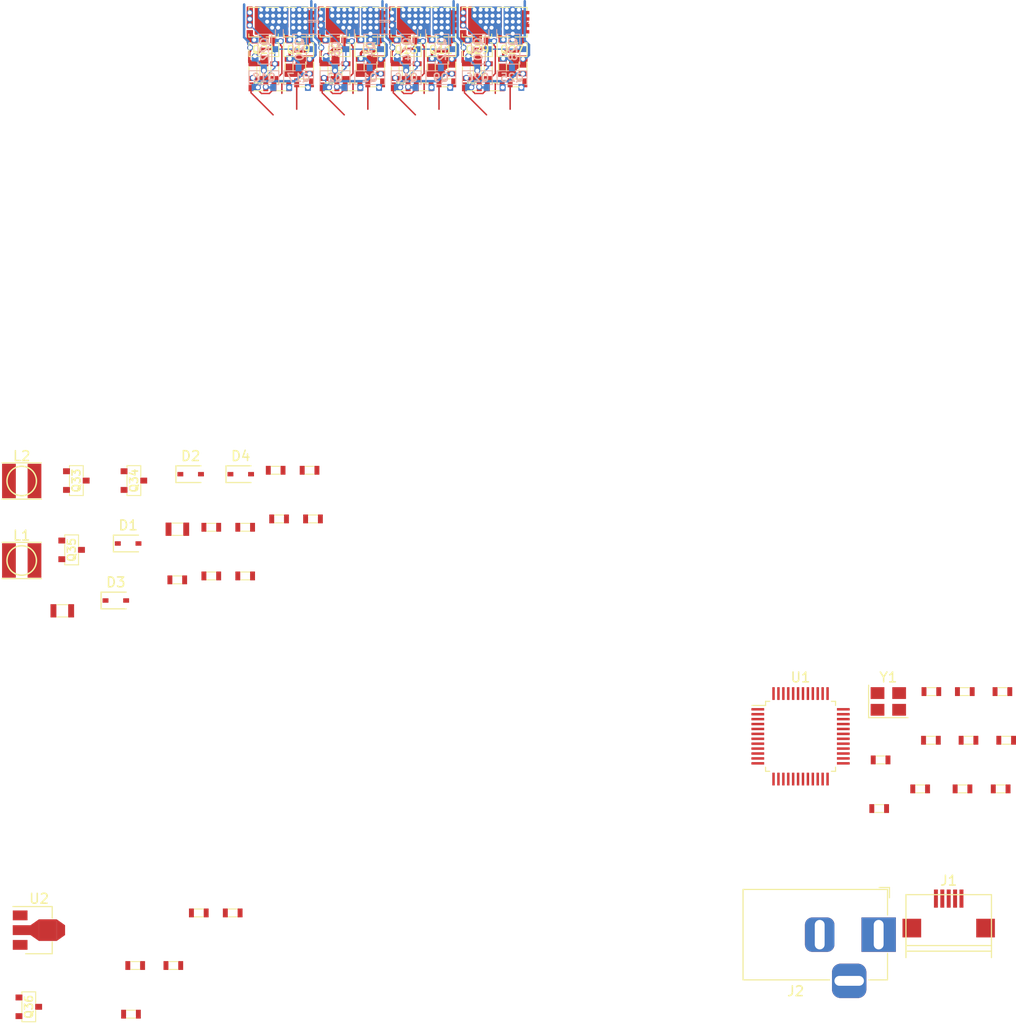
<source format=kicad_pcb>
(kicad_pcb (version 20171130) (host pcbnew "(5.0.0-rc2-dev-647-g0f5eb421b)")
  (layers (0 F.Cu signal) (31 B.Cu signal) (34 B.Paste user hide) (35 F.Paste user hide) (36 B.SilkS user) (37 F.SilkS user) (38 B.Mask user) (39 F.Mask user) (44 Edge.Cuts user hide))
  (net 0 "")
  (net 1 /gate_voltage_supply/Vgl)
  (net 2 /controller/GND)
  (net 3 /gate_voltage_supply/Vgh)
  (net 4 "Net-(C3-Pad1)")
  (net 5 "Net-(C4-Pad1)")
  (net 6 /power/3.3V)
  (net 7 /controller/USB_DM)
  (net 8 /controller/USB_DP)
  (net 9 /gate_voltage_supply/VIN)
  (net 10 "Net-(D1-Pad2)")
  (net 11 "Net-(D2-Pad1)")
  (net 12 /power/Vusb)
  (net 13 "Net-(Q1-Pad1)")
  (net 14 "Net-(Q1-Pad2)")
  (net 15 "Net-(Q1-Pad3)")
  (net 16 "Net-(Q2-Pad3)")
  (net 17 "Net-(Q2-Pad1)")
  (net 18 "Net-(Q3-Pad2)")
  (net 19 "Net-(Q5-Pad2)")
  (net 20 /phase_driver_1/PHASE)
  (net 21 "Net-(Q11-Pad1)")
  (net 22 "Net-(Q9-Pad2)")
  (net 23 "Net-(Q9-Pad1)")
  (net 24 "Net-(Q10-Pad1)")
  (net 25 "Net-(Q10-Pad3)")
  (net 26 "Net-(Q11-Pad2)")
  (net 27 "Net-(Q13-Pad2)")
  (net 28 /sheet5AEA1DE6/PHASE)
  (net 29 "Net-(Q17-Pad1)")
  (net 30 "Net-(Q17-Pad2)")
  (net 31 "Net-(Q17-Pad3)")
  (net 32 "Net-(Q18-Pad3)")
  (net 33 "Net-(Q18-Pad1)")
  (net 34 "Net-(Q19-Pad2)")
  (net 35 "Net-(Q21-Pad2)")
  (net 36 /sheet5AEA2A39/PHASE)
  (net 37 "Net-(Q25-Pad1)")
  (net 38 "Net-(Q25-Pad2)")
  (net 39 "Net-(Q25-Pad3)")
  (net 40 "Net-(Q26-Pad1)")
  (net 41 "Net-(Q26-Pad3)")
  (net 42 "Net-(Q27-Pad2)")
  (net 43 "Net-(Q29-Pad2)")
  (net 44 /sheet5AEA3194/PHASE)
  (net 45 "Net-(Q33-Pad1)")
  (net 46 "Net-(Q34-Pad1)")
  (net 47 "Net-(Q34-Pad2)")
  (net 48 "Net-(Q34-Pad3)")
  (net 49 /controller/PHASE_1_H)
  (net 50 /controller/PHASE_1_L)
  (net 51 /phase_driver_1/SENSE)
  (net 52 "Net-(R8-Pad1)")
  (net 53 "Net-(R9-Pad1)")
  (net 54 /controller/PHASE_2_H)
  (net 55 /controller/PHASE_2_L)
  (net 56 /sheet5AEA1DE6/SENSE)
  (net 57 /controller/PHASE_3_H)
  (net 58 /controller/PHASE_3_L)
  (net 59 /sheet5AEA2A39/SENSE)
  (net 60 /controller/PHASE_4_H)
  (net 61 /controller/PHASE_4_L)
  (net 62 /sheet5AEA3194/SENSE)
  (net 63 /controller/CLK_Vgh)
  (net 64 /controller/CLK_Vgl)
  (net 65 /controller/SENSE_Vgh)
  (net 66 /controller/SENSE_Vgl)
  (net 67 /controller/SENSE_Vmotor)
  (net 68 "Net-(U1-Pad5)")
  (net 69 "Net-(U1-Pad6)")
  (module _Generic:0603_Small (layer F.Cu) (at 142.3924 43.0784 270)
    (fp_text reference C1 hide)
    (fp_text value 1u hide)
    (pad 2 smd rect (at 0.75 0 270) (size 0.5 0.9) (layers F.Cu F.Paste F.Mask) (net 2 /controller/GND))
    (pad 1 smd rect (at -0.75 0 270) (size 0.5 0.9) (layers F.Cu F.Paste F.Mask) (net 1 /gate_voltage_supply/Vgl))
  )
  (module _Generic:0603_Small (layer F.Cu) (at 148.1582 42.5958 270)
    (fp_text reference C2 hide)
    (fp_text value 1u hide)
    (pad 1 smd rect (at -0.75 0 270) (size 0.5 0.9) (layers F.Cu F.Paste F.Mask) (net 3 /gate_voltage_supply/Vgh))
    (pad 2 smd rect (at 0.75 0 270) (size 0.5 0.9) (layers F.Cu F.Paste F.Mask) (net 2 /controller/GND))
  )
  (module _Generic:0603_Small (layer F.Cu) (at 207.589762 106.2075)
    (fp_text reference C3 hide)
    (fp_text value 10p hide)
    (pad 2 smd rect (at 0.75 0) (size 0.5 0.9) (layers F.Cu F.Paste F.Mask) (net 2 /controller/GND))
    (pad 1 smd rect (at -0.75 0) (size 0.5 0.9) (layers F.Cu F.Paste F.Mask) (net 4 "Net-(C3-Pad1)"))
  )
  (module _Generic:0603_Small (layer F.Cu) (at 204.139762 111.1575)
    (fp_text reference C4 hide)
    (fp_text value 10p hide)
    (pad 2 smd rect (at 0.75 0) (size 0.5 0.9) (layers F.Cu F.Paste F.Mask) (net 2 /controller/GND))
    (pad 1 smd rect (at -0.75 0) (size 0.5 0.9) (layers F.Cu F.Paste F.Mask) (net 5 "Net-(C4-Pad1)"))
  )
  (module _Generic:0603_Small (layer F.Cu) (at 207.965952 111.1575)
    (fp_text reference C5 hide)
    (fp_text value 100n hide)
    (pad 1 smd rect (at -0.75 0) (size 0.5 0.9) (layers F.Cu F.Paste F.Mask) (net 6 /power/3.3V))
    (pad 2 smd rect (at 0.75 0) (size 0.5 0.9) (layers F.Cu F.Paste F.Mask) (net 2 /controller/GND))
  )
  (module _Generic:0603_Small (layer F.Cu) (at 203.045952 116.1075)
    (fp_text reference C6 hide)
    (fp_text value 100n hide)
    (pad 2 smd rect (at 0.75 0) (size 0.5 0.9) (layers F.Cu F.Paste F.Mask) (net 2 /controller/GND))
    (pad 1 smd rect (at -0.75 0) (size 0.5 0.9) (layers F.Cu F.Paste F.Mask) (net 6 /power/3.3V))
  )
  (module _Generic:0603_Small (layer F.Cu) (at 211.415952 106.2075)
    (fp_text reference C7 hide)
    (fp_text value 100n hide)
    (pad 1 smd rect (at -0.75 0) (size 0.5 0.9) (layers F.Cu F.Paste F.Mask) (net 6 /power/3.3V))
    (pad 2 smd rect (at 0.75 0) (size 0.5 0.9) (layers F.Cu F.Paste F.Mask) (net 2 /controller/GND))
  )
  (module _Generic:0603_Small (layer F.Cu) (at 207.355952 116.1075)
    (fp_text reference C8 hide)
    (fp_text value 100n hide)
    (pad 2 smd rect (at 0.75 0) (size 0.5 0.9) (layers F.Cu F.Paste F.Mask) (net 2 /controller/GND))
    (pad 1 smd rect (at -0.75 0) (size 0.5 0.9) (layers F.Cu F.Paste F.Mask) (net 6 /power/3.3V))
  )
  (module _Generic:0603_Small (layer F.Cu) (at 211.799762 111.1575)
    (fp_text reference C9 hide)
    (fp_text value 47p hide)
    (pad 2 smd rect (at 0.75 0) (size 0.5 0.9) (layers F.Cu F.Paste F.Mask) (net 7 /controller/USB_DM))
    (pad 1 smd rect (at -0.75 0) (size 0.5 0.9) (layers F.Cu F.Paste F.Mask) (net 2 /controller/GND))
  )
  (module _Generic:0603_Small (layer F.Cu) (at 211.237381 116.1075)
    (fp_text reference C10 hide)
    (fp_text value 47p hide)
    (pad 1 smd rect (at -0.75 0) (size 0.5 0.9) (layers F.Cu F.Paste F.Mask) (net 8 /controller/USB_DP))
    (pad 2 smd rect (at 0.75 0) (size 0.5 0.9) (layers F.Cu F.Paste F.Mask) (net 2 /controller/GND))
  )
  (module _Generic:0603_Small (layer F.Cu) (at 149.6314 43.0784 270)
    (fp_text reference C11 hide)
    (fp_text value 1u hide)
    (pad 1 smd rect (at -0.75 0 270) (size 0.5 0.9) (layers F.Cu F.Paste F.Mask) (net 1 /gate_voltage_supply/Vgl))
    (pad 2 smd rect (at 0.75 0 270) (size 0.5 0.9) (layers F.Cu F.Paste F.Mask) (net 2 /controller/GND))
  )
  (module _Generic:0603_Small (layer F.Cu) (at 155.3972 42.5958 270)
    (fp_text reference C12 hide)
    (fp_text value 1u hide)
    (pad 2 smd rect (at 0.75 0 270) (size 0.5 0.9) (layers F.Cu F.Paste F.Mask) (net 2 /controller/GND))
    (pad 1 smd rect (at -0.75 0 270) (size 0.5 0.9) (layers F.Cu F.Paste F.Mask) (net 3 /gate_voltage_supply/Vgh))
  )
  (module _Generic:0603_Small (layer F.Cu) (at 135.1534 43.0784 270)
    (fp_text reference C13 hide)
    (fp_text value 1u hide)
    (pad 1 smd rect (at -0.75 0 270) (size 0.5 0.9) (layers F.Cu F.Paste F.Mask) (net 1 /gate_voltage_supply/Vgl))
    (pad 2 smd rect (at 0.75 0 270) (size 0.5 0.9) (layers F.Cu F.Paste F.Mask) (net 2 /controller/GND))
  )
  (module _Generic:0603_Small (layer F.Cu) (at 140.9192 42.5958 270)
    (fp_text reference C14 hide)
    (fp_text value 1u hide)
    (pad 2 smd rect (at 0.75 0 270) (size 0.5 0.9) (layers F.Cu F.Paste F.Mask) (net 2 /controller/GND))
    (pad 1 smd rect (at -0.75 0 270) (size 0.5 0.9) (layers F.Cu F.Paste F.Mask) (net 3 /gate_voltage_supply/Vgh))
  )
  (module _Generic:0603_Small (layer F.Cu) (at 156.8704 43.0784 270)
    (fp_text reference C15 hide)
    (fp_text value 1u hide)
    (pad 2 smd rect (at 0.75 0 270) (size 0.5 0.9) (layers F.Cu F.Paste F.Mask) (net 2 /controller/GND))
    (pad 1 smd rect (at -0.75 0 270) (size 0.5 0.9) (layers F.Cu F.Paste F.Mask) (net 1 /gate_voltage_supply/Vgl))
  )
  (module _Generic:0603_Small (layer F.Cu) (at 162.6362 42.5958 270)
    (fp_text reference C16 hide)
    (fp_text value 1u hide)
    (pad 1 smd rect (at -0.75 0 270) (size 0.5 0.9) (layers F.Cu F.Paste F.Mask) (net 3 /gate_voltage_supply/Vgh))
    (pad 2 smd rect (at 0.75 0 270) (size 0.5 0.9) (layers F.Cu F.Paste F.Mask) (net 2 /controller/GND))
  )
  (module _Generic:0805_Small (layer F.Cu) (at 115.757381 97.9875)
    (fp_text reference C17 hide)
    (fp_text value 22u hide)
    (pad 1 smd rect (at -0.9 0) (size 0.6 1.35) (layers F.Cu F.Paste F.Mask) (net 3 /gate_voltage_supply/Vgh))
    (pad 2 smd rect (at 0.9 0) (size 0.6 1.35) (layers F.Cu F.Paste F.Mask) (net 9 /gate_voltage_supply/VIN))
  )
  (module _Generic:0805_Small (layer F.Cu) (at 127.467381 89.6875)
    (fp_text reference C18 hide)
    (fp_text value 22u hide)
    (pad 2 smd rect (at 0.9 0) (size 0.6 1.35) (layers F.Cu F.Paste F.Mask) (net 2 /controller/GND))
    (pad 1 smd rect (at -0.9 0) (size 0.6 1.35) (layers F.Cu F.Paste F.Mask) (net 1 /gate_voltage_supply/Vgl))
  )
  (module _Generic:0805_Small (layer B.Cu) (at 141.2892 38.7096 180)
    (fp_text reference C19 hide)
    (fp_text value 22u hide)
    (pad 2 smd rect (at 0.9 0 180) (size 0.6 1.35) (layers B.Cu B.Paste B.Mask) (net 9 /gate_voltage_supply/VIN))
    (pad 1 smd rect (at -0.9 0 180) (size 0.6 1.35) (layers B.Cu B.Paste B.Mask) (net 2 /controller/GND))
  )
  (module _Generic:0603_Small (layer F.Cu) (at 123.175952 134.0775)
    (fp_text reference C20 hide)
    (fp_text value 100n hide)
    (pad 2 smd rect (at 0.75 0) (size 0.5 0.9) (layers F.Cu F.Paste F.Mask) (net 2 /controller/GND))
    (pad 1 smd rect (at -0.75 0) (size 0.5 0.9) (layers F.Cu F.Paste F.Mask) (net 9 /gate_voltage_supply/VIN))
  )
  (module _Generic:0805_Small (layer B.Cu) (at 141.2892 37.2872 180)
    (fp_text reference C21 hide)
    (fp_text value 22u hide)
    (pad 1 smd rect (at -0.9 0 180) (size 0.6 1.35) (layers B.Cu B.Paste B.Mask) (net 2 /controller/GND))
    (pad 2 smd rect (at 0.9 0 180) (size 0.6 1.35) (layers B.Cu B.Paste B.Mask) (net 9 /gate_voltage_supply/VIN))
  )
  (module _Generic:0805_Small (layer B.Cu) (at 148.5282 38.7096 180)
    (fp_text reference C22 hide)
    (fp_text value 22u hide)
    (pad 2 smd rect (at 0.9 0 180) (size 0.6 1.35) (layers B.Cu B.Paste B.Mask) (net 9 /gate_voltage_supply/VIN))
    (pad 1 smd rect (at -0.9 0 180) (size 0.6 1.35) (layers B.Cu B.Paste B.Mask) (net 2 /controller/GND))
  )
  (module _Generic:0805_Small (layer B.Cu) (at 148.5282 37.2872 180)
    (fp_text reference C23 hide)
    (fp_text value 22u hide)
    (pad 1 smd rect (at -0.9 0 180) (size 0.6 1.35) (layers B.Cu B.Paste B.Mask) (net 2 /controller/GND))
    (pad 2 smd rect (at 0.9 0 180) (size 0.6 1.35) (layers B.Cu B.Paste B.Mask) (net 9 /gate_voltage_supply/VIN))
  )
  (module _Generic:0603_Small (layer F.Cu) (at 129.647381 128.7275)
    (fp_text reference C24 hide)
    (fp_text value 22u hide)
    (pad 1 smd rect (at -0.75 0) (size 0.5 0.9) (layers F.Cu F.Paste F.Mask) (net 6 /power/3.3V))
    (pad 2 smd rect (at 0.75 0) (size 0.5 0.9) (layers F.Cu F.Paste F.Mask) (net 2 /controller/GND))
  )
  (module Diode_SMD:D_SOD-323 (layer F.Cu) (at 122.459762 91.1375)
    (fp_text reference D1 (at 0 -1.85) (layer F.SilkS))
    (fp_text value 1N5819)
    (pad 1 smd rect (at -1.05 0) (size 0.6 0.45) (layers F.Cu F.Paste F.Mask) (net 3 /gate_voltage_supply/Vgh))
    (pad 2 smd rect (at 1.05 0) (size 0.6 0.45) (layers F.Cu F.Paste F.Mask) (net 10 "Net-(D1-Pad2)"))
  )
  (module Diode_SMD:D_SOD-323 (layer F.Cu) (at 128.819762 84.0875)
    (fp_text reference D2 (at 0 -1.85) (layer F.SilkS))
    (fp_text value 1N5819)
    (pad 1 smd rect (at -1.05 0) (size 0.6 0.45) (layers F.Cu F.Paste F.Mask) (net 11 "Net-(D2-Pad1)"))
    (pad 2 smd rect (at 1.05 0) (size 0.6 0.45) (layers F.Cu F.Paste F.Mask) (net 2 /controller/GND))
  )
  (module Diode_SMD:D_SOD-323 (layer F.Cu) (at 121.205001 96.9375)
    (fp_text reference D3 (at 0 -1.85) (layer F.SilkS))
    (fp_text value 18V)
    (pad 2 smd rect (at 1.05 0) (size 0.6 0.45) (layers F.Cu F.Paste F.Mask) (net 9 /gate_voltage_supply/VIN))
    (pad 1 smd rect (at -1.05 0) (size 0.6 0.45) (layers F.Cu F.Paste F.Mask) (net 3 /gate_voltage_supply/Vgh))
  )
  (module Diode_SMD:D_SOD-323 (layer F.Cu) (at 133.915001 84.0875)
    (fp_text reference D4 (at 0 -1.85) (layer F.SilkS))
    (fp_text value 18V)
    (pad 2 smd rect (at 1.05 0) (size 0.6 0.45) (layers F.Cu F.Paste F.Mask) (net 2 /controller/GND))
    (pad 1 smd rect (at -1.05 0) (size 0.6 0.45) (layers F.Cu F.Paste F.Mask) (net 1 /gate_voltage_supply/Vgl))
  )
  (module gmcontrol:USB_Micro-B (layer F.Cu) (at 205.95 130.5175)
    (fp_text reference J1 (at 0 -5.08) (layer F.SilkS))
    (fp_text value USB_OTG)
    (pad "" np_thru_hole circle (at -2.015 -2.54 90) (size 0.5 0.5) (drill 0.5) (layers *.Cu *.Mask))
    (pad "" np_thru_hole circle (at 2.015 -2.54 90) (size 0.5 0.5) (drill 0.5) (layers *.Cu *.Mask))
    (pad 6 smd rect (at 3.75 -0.25) (size 1.9 1.9) (layers F.Cu F.Paste F.Mask) (net 2 /controller/GND))
    (pad 6 smd rect (at -3.75 -0.25) (size 1.9 1.9) (layers F.Cu F.Paste F.Mask) (net 2 /controller/GND))
    (pad 5 smd rect (at 1.3 -3.25 90) (size 1.85 0.4) (layers F.Cu F.Paste F.Mask) (net 2 /controller/GND))
    (pad 4 smd rect (at 0.65 -3.25 90) (size 1.85 0.4) (layers F.Cu F.Paste F.Mask))
    (pad 3 smd rect (at 0 -3.25 90) (size 1.85 0.4) (layers F.Cu F.Paste F.Mask) (net 8 /controller/USB_DP))
    (pad 2 smd rect (at -0.65 -3.25 90) (size 1.85 0.4) (layers F.Cu F.Paste F.Mask) (net 7 /controller/USB_DM))
    (pad 1 smd rect (at -1.3 -3.25 90) (size 1.85 0.4) (layers F.Cu F.Paste F.Mask) (net 12 /power/Vusb))
  )
  (module Connector_BarrelJack:BarrelJack_Horizontal (layer F.Cu) (at 198.825001 130.9375)
    (fp_text reference J2 (at -8.45 5.75) (layer F.SilkS))
    (fp_text value Jack-DC)
    (pad 3 thru_hole roundrect (at -3 4.7) (size 3.5 3.5) (drill oval 3 1) (layers *.Cu *.Mask) (net 2 /controller/GND))
    (pad 2 thru_hole roundrect (at -6 0) (size 3 3.5) (drill oval 1 3) (layers *.Cu *.Mask) (net 2 /controller/GND))
    (pad 1 thru_hole rect (at 0 0) (size 3.5 3.5) (drill oval 1 3) (layers *.Cu *.Mask) (net 9 /gate_voltage_supply/VIN))
  )
  (module gmcontrol:CD32 (layer F.Cu) (at 111.629001 92.8675)
    (fp_text reference L1 (at 0 -2.54) (layer F.SilkS))
    (fp_text value 100u)
    (pad 1 smd rect (at -1.3 0) (size 1.4 3.5) (layers F.Cu F.Paste F.Mask) (net 9 /gate_voltage_supply/VIN))
    (pad 2 smd rect (at 1.3 0) (size 1.4 3.5) (layers F.Cu F.Paste F.Mask) (net 10 "Net-(D1-Pad2)"))
  )
  (module gmcontrol:CD32 (layer F.Cu) (at 111.629001 84.7775)
    (fp_text reference L2 (at 0 -2.54) (layer F.SilkS))
    (fp_text value 100u)
    (pad 2 smd rect (at 1.3 0) (size 1.4 3.5) (layers F.Cu F.Paste F.Mask) (net 1 /gate_voltage_supply/Vgl))
    (pad 1 smd rect (at -1.3 0) (size 1.4 3.5) (layers F.Cu F.Paste F.Mask) (net 11 "Net-(D2-Pad1)"))
  )
  (module _Generic:SOT-23_Small (layer B.Cu) (at 147.0406 43.7388 90)
    (fp_text reference Q1 hide)
    (fp_text value BC817 hide)
    (fp_text user %R (at 0 0) (layer B.SilkS) (effects (font (size 0.8128 0.8128) (thickness 0.1524)) (justify mirror)))
    (pad 3 smd rect (at 1 0 90) (size 0.7 0.6) (layers B.Cu B.Paste B.Mask) (net 15 "Net-(Q1-Pad3)"))
    (pad 2 smd rect (at -1 -0.95 90) (size 0.7 0.6) (layers B.Cu B.Paste B.Mask) (net 14 "Net-(Q1-Pad2)"))
    (pad 1 smd rect (at -1 0.95 90) (size 0.7 0.6) (layers B.Cu B.Paste B.Mask) (net 13 "Net-(Q1-Pad1)"))
  )
  (module _Generic:SOT-23_Small (layer B.Cu) (at 143.51 43.7388 90)
    (fp_text reference Q2 hide)
    (fp_text value BC817 hide)
    (fp_text user %R (at 0 0) (layer B.SilkS) (effects (font (size 0.8128 0.8128) (thickness 0.1524)) (justify mirror)))
    (pad 1 smd rect (at -1 0.95 90) (size 0.7 0.6) (layers B.Cu B.Paste B.Mask) (net 17 "Net-(Q2-Pad1)"))
    (pad 2 smd rect (at -1 -0.95 90) (size 0.7 0.6) (layers B.Cu B.Paste B.Mask) (net 2 /controller/GND))
    (pad 3 smd rect (at 1 0 90) (size 0.7 0.6) (layers B.Cu B.Paste B.Mask) (net 16 "Net-(Q2-Pad3)"))
  )
  (module _Generic:SOT-23_Small (layer F.Cu) (at 147.0406 40.894 270)
    (fp_text reference Q3 hide)
    (fp_text value BC817 hide)
    (fp_text user %R (at 0 0) (layer F.SilkS) (effects (font (size 0.8128 0.8128) (thickness 0.1524))))
    (pad 1 smd rect (at -1 -0.95 270) (size 0.7 0.6) (layers F.Cu F.Paste F.Mask) (net 15 "Net-(Q1-Pad3)"))
    (pad 2 smd rect (at -1 0.95 270) (size 0.7 0.6) (layers F.Cu F.Paste F.Mask) (net 18 "Net-(Q3-Pad2)"))
    (pad 3 smd rect (at 1 0 270) (size 0.7 0.6) (layers F.Cu F.Paste F.Mask) (net 3 /gate_voltage_supply/Vgh))
  )
  (module _Generic:SOT-23_Small (layer B.Cu) (at 147.1422 40.8432)
    (fp_text reference Q4 hide)
    (fp_text value BC807 hide)
    (fp_text user %R (at 0 0 -90) (layer B.SilkS) (effects (font (size 0.8128 0.8128) (thickness 0.1524)) (justify mirror)))
    (pad 1 smd rect (at -1 0.95) (size 0.7 0.6) (layers B.Cu B.Paste B.Mask) (net 15 "Net-(Q1-Pad3)"))
    (pad 2 smd rect (at -1 -0.95) (size 0.7 0.6) (layers B.Cu B.Paste B.Mask) (net 18 "Net-(Q3-Pad2)"))
    (pad 3 smd rect (at 1 0) (size 0.7 0.6) (layers B.Cu B.Paste B.Mask) (net 2 /controller/GND))
  )
  (module _Generic:SOT-23_Small (layer F.Cu) (at 143.51 40.894 270)
    (fp_text reference Q5 hide)
    (fp_text value BC817 hide)
    (fp_text user %R (at 0 0) (layer F.SilkS) (effects (font (size 0.8128 0.8128) (thickness 0.1524))))
    (pad 3 smd rect (at 1 0 270) (size 0.7 0.6) (layers F.Cu F.Paste F.Mask) (net 1 /gate_voltage_supply/Vgl))
    (pad 2 smd rect (at -1 0.95 270) (size 0.7 0.6) (layers F.Cu F.Paste F.Mask) (net 19 "Net-(Q5-Pad2)"))
    (pad 1 smd rect (at -1 -0.95 270) (size 0.7 0.6) (layers F.Cu F.Paste F.Mask) (net 16 "Net-(Q2-Pad3)"))
  )
  (module _Generic:SOT-23_Small (layer B.Cu) (at 143.6116 40.8432)
    (fp_text reference Q6 hide)
    (fp_text value BC807 hide)
    (fp_text user %R (at 0 0 -90) (layer B.SilkS) (effects (font (size 0.8128 0.8128) (thickness 0.1524)) (justify mirror)))
    (pad 1 smd rect (at -1 0.95) (size 0.7 0.6) (layers B.Cu B.Paste B.Mask) (net 16 "Net-(Q2-Pad3)"))
    (pad 2 smd rect (at -1 -0.95) (size 0.7 0.6) (layers B.Cu B.Paste B.Mask) (net 19 "Net-(Q5-Pad2)"))
    (pad 3 smd rect (at 1 0) (size 0.7 0.6) (layers B.Cu B.Paste B.Mask) (net 2 /controller/GND))
  )
  (module _Generic:DFN3x3A_8L_EP1_P (layer F.Cu) (at 147.0766 38.1)
    (fp_text reference Q7 hide)
    (fp_text value AON7212 hide)
    (pad 1 smd rect (at -1.4 -0.975) (size 0.65 0.35) (layers F.Cu F.Paste F.Mask) (net 20 /phase_driver_1/PHASE))
    (pad 1 smd rect (at -1.4 -0.325) (size 0.65 0.35) (layers F.Cu F.Paste F.Mask) (net 20 /phase_driver_1/PHASE))
    (pad 1 smd rect (at -1.4 0.325) (size 0.65 0.35) (layers F.Cu F.Paste F.Mask) (net 20 /phase_driver_1/PHASE))
    (pad 2 smd rect (at -1.4 0.975) (size 0.65 0.35) (layers F.Cu F.Paste F.Mask) (net 18 "Net-(Q3-Pad2)"))
    (pad 3 smd rect (at 1.4 0.975) (size 0.65 0.35) (layers F.Cu F.Paste F.Mask) (net 9 /gate_voltage_supply/VIN))
    (pad 3 smd rect (at 1.4 0.325) (size 0.65 0.35) (layers F.Cu F.Paste F.Mask) (net 9 /gate_voltage_supply/VIN))
    (pad 3 smd rect (at 1.4 -0.325) (size 0.65 0.35) (layers F.Cu F.Paste F.Mask) (net 9 /gate_voltage_supply/VIN))
    (pad 3 smd rect (at 1.4 -0.975) (size 0.65 0.35) (layers F.Cu F.Paste F.Mask) (net 9 /gate_voltage_supply/VIN))
    (pad 3 smd rect (at 0.345 0) (size 1.98 2.45) (layers F.Cu F.Paste F.Mask) (net 9 /gate_voltage_supply/VIN))
    (pad 3 smd rect (at 0 0) (size 0.43 3.21) (layers F.Cu F.Paste F.Mask) (net 9 /gate_voltage_supply/VIN))
  )
  (module _Generic:DFN3x3A_8L_EP1_P (layer F.Cu) (at 143.474 38.1)
    (fp_text reference Q8 hide)
    (fp_text value AON7212 hide)
    (pad 3 smd rect (at 0 0) (size 0.43 3.21) (layers F.Cu F.Paste F.Mask) (net 20 /phase_driver_1/PHASE))
    (pad 3 smd rect (at 0.345 0) (size 1.98 2.45) (layers F.Cu F.Paste F.Mask) (net 20 /phase_driver_1/PHASE))
    (pad 3 smd rect (at 1.4 -0.975) (size 0.65 0.35) (layers F.Cu F.Paste F.Mask) (net 20 /phase_driver_1/PHASE))
    (pad 3 smd rect (at 1.4 -0.325) (size 0.65 0.35) (layers F.Cu F.Paste F.Mask) (net 20 /phase_driver_1/PHASE))
    (pad 3 smd rect (at 1.4 0.325) (size 0.65 0.35) (layers F.Cu F.Paste F.Mask) (net 20 /phase_driver_1/PHASE))
    (pad 3 smd rect (at 1.4 0.975) (size 0.65 0.35) (layers F.Cu F.Paste F.Mask) (net 20 /phase_driver_1/PHASE))
    (pad 2 smd rect (at -1.4 0.975) (size 0.65 0.35) (layers F.Cu F.Paste F.Mask) (net 19 "Net-(Q5-Pad2)"))
    (pad 1 smd rect (at -1.4 0.325) (size 0.65 0.35) (layers F.Cu F.Paste F.Mask) (net 2 /controller/GND))
    (pad 1 smd rect (at -1.4 -0.325) (size 0.65 0.35) (layers F.Cu F.Paste F.Mask) (net 2 /controller/GND))
    (pad 1 smd rect (at -1.4 -0.975) (size 0.65 0.35) (layers F.Cu F.Paste F.Mask) (net 2 /controller/GND))
  )
  (module _Generic:SOT-23_Small (layer B.Cu) (at 154.2796 43.7388 90)
    (fp_text reference Q9 hide)
    (fp_text value BC817 hide)
    (fp_text user %R (at 0 0) (layer B.SilkS) (effects (font (size 0.8128 0.8128) (thickness 0.1524)) (justify mirror)))
    (pad 1 smd rect (at -1 0.95 90) (size 0.7 0.6) (layers B.Cu B.Paste B.Mask) (net 23 "Net-(Q9-Pad1)"))
    (pad 2 smd rect (at -1 -0.95 90) (size 0.7 0.6) (layers B.Cu B.Paste B.Mask) (net 22 "Net-(Q9-Pad2)"))
    (pad 3 smd rect (at 1 0 90) (size 0.7 0.6) (layers B.Cu B.Paste B.Mask) (net 21 "Net-(Q11-Pad1)"))
  )
  (module _Generic:SOT-23_Small (layer B.Cu) (at 150.749 43.7388 90)
    (fp_text reference Q10 hide)
    (fp_text value BC817 hide)
    (fp_text user %R (at 0 0) (layer B.SilkS) (effects (font (size 0.8128 0.8128) (thickness 0.1524)) (justify mirror)))
    (pad 3 smd rect (at 1 0 90) (size 0.7 0.6) (layers B.Cu B.Paste B.Mask) (net 25 "Net-(Q10-Pad3)"))
    (pad 2 smd rect (at -1 -0.95 90) (size 0.7 0.6) (layers B.Cu B.Paste B.Mask) (net 2 /controller/GND))
    (pad 1 smd rect (at -1 0.95 90) (size 0.7 0.6) (layers B.Cu B.Paste B.Mask) (net 24 "Net-(Q10-Pad1)"))
  )
  (module _Generic:SOT-23_Small (layer F.Cu) (at 154.2796 40.894 270)
    (fp_text reference Q11 hide)
    (fp_text value BC817 hide)
    (fp_text user %R (at 0 0) (layer F.SilkS) (effects (font (size 0.8128 0.8128) (thickness 0.1524))))
    (pad 3 smd rect (at 1 0 270) (size 0.7 0.6) (layers F.Cu F.Paste F.Mask) (net 3 /gate_voltage_supply/Vgh))
    (pad 2 smd rect (at -1 0.95 270) (size 0.7 0.6) (layers F.Cu F.Paste F.Mask) (net 26 "Net-(Q11-Pad2)"))
    (pad 1 smd rect (at -1 -0.95 270) (size 0.7 0.6) (layers F.Cu F.Paste F.Mask) (net 21 "Net-(Q11-Pad1)"))
  )
  (module _Generic:SOT-23_Small (layer B.Cu) (at 154.3812 40.8432)
    (fp_text reference Q12 hide)
    (fp_text value BC807 hide)
    (fp_text user %R (at 0 0 -90) (layer B.SilkS) (effects (font (size 0.8128 0.8128) (thickness 0.1524)) (justify mirror)))
    (pad 1 smd rect (at -1 0.95) (size 0.7 0.6) (layers B.Cu B.Paste B.Mask) (net 21 "Net-(Q11-Pad1)"))
    (pad 2 smd rect (at -1 -0.95) (size 0.7 0.6) (layers B.Cu B.Paste B.Mask) (net 26 "Net-(Q11-Pad2)"))
    (pad 3 smd rect (at 1 0) (size 0.7 0.6) (layers B.Cu B.Paste B.Mask) (net 2 /controller/GND))
  )
  (module _Generic:SOT-23_Small (layer F.Cu) (at 150.749 40.894 270)
    (fp_text reference Q13 hide)
    (fp_text value BC817 hide)
    (fp_text user %R (at 0 0) (layer F.SilkS) (effects (font (size 0.8128 0.8128) (thickness 0.1524))))
    (pad 1 smd rect (at -1 -0.95 270) (size 0.7 0.6) (layers F.Cu F.Paste F.Mask) (net 25 "Net-(Q10-Pad3)"))
    (pad 2 smd rect (at -1 0.95 270) (size 0.7 0.6) (layers F.Cu F.Paste F.Mask) (net 27 "Net-(Q13-Pad2)"))
    (pad 3 smd rect (at 1 0 270) (size 0.7 0.6) (layers F.Cu F.Paste F.Mask) (net 1 /gate_voltage_supply/Vgl))
  )
  (module _Generic:SOT-23_Small (layer B.Cu) (at 150.8506 40.8432)
    (fp_text reference Q14 hide)
    (fp_text value BC807 hide)
    (fp_text user %R (at 0 0 -90) (layer B.SilkS) (effects (font (size 0.8128 0.8128) (thickness 0.1524)) (justify mirror)))
    (pad 1 smd rect (at -1 0.95) (size 0.7 0.6) (layers B.Cu B.Paste B.Mask) (net 25 "Net-(Q10-Pad3)"))
    (pad 2 smd rect (at -1 -0.95) (size 0.7 0.6) (layers B.Cu B.Paste B.Mask) (net 27 "Net-(Q13-Pad2)"))
    (pad 3 smd rect (at 1 0) (size 0.7 0.6) (layers B.Cu B.Paste B.Mask) (net 2 /controller/GND))
  )
  (module _Generic:DFN3x3A_8L_EP1_P (layer F.Cu) (at 154.3156 38.1)
    (fp_text reference Q15 hide)
    (fp_text value AON7212 hide)
    (pad 3 smd rect (at 0 0) (size 0.43 3.21) (layers F.Cu F.Paste F.Mask) (net 9 /gate_voltage_supply/VIN))
    (pad 3 smd rect (at 0.345 0) (size 1.98 2.45) (layers F.Cu F.Paste F.Mask) (net 9 /gate_voltage_supply/VIN))
    (pad 3 smd rect (at 1.4 -0.975) (size 0.65 0.35) (layers F.Cu F.Paste F.Mask) (net 9 /gate_voltage_supply/VIN))
    (pad 3 smd rect (at 1.4 -0.325) (size 0.65 0.35) (layers F.Cu F.Paste F.Mask) (net 9 /gate_voltage_supply/VIN))
    (pad 3 smd rect (at 1.4 0.325) (size 0.65 0.35) (layers F.Cu F.Paste F.Mask) (net 9 /gate_voltage_supply/VIN))
    (pad 3 smd rect (at 1.4 0.975) (size 0.65 0.35) (layers F.Cu F.Paste F.Mask) (net 9 /gate_voltage_supply/VIN))
    (pad 2 smd rect (at -1.4 0.975) (size 0.65 0.35) (layers F.Cu F.Paste F.Mask) (net 26 "Net-(Q11-Pad2)"))
    (pad 1 smd rect (at -1.4 0.325) (size 0.65 0.35) (layers F.Cu F.Paste F.Mask) (net 28 /sheet5AEA1DE6/PHASE))
    (pad 1 smd rect (at -1.4 -0.325) (size 0.65 0.35) (layers F.Cu F.Paste F.Mask) (net 28 /sheet5AEA1DE6/PHASE))
    (pad 1 smd rect (at -1.4 -0.975) (size 0.65 0.35) (layers F.Cu F.Paste F.Mask) (net 28 /sheet5AEA1DE6/PHASE))
  )
  (module _Generic:DFN3x3A_8L_EP1_P (layer F.Cu) (at 150.713 38.1)
    (fp_text reference Q16 hide)
    (fp_text value AON7212 hide)
    (pad 1 smd rect (at -1.4 -0.975) (size 0.65 0.35) (layers F.Cu F.Paste F.Mask) (net 2 /controller/GND))
    (pad 1 smd rect (at -1.4 -0.325) (size 0.65 0.35) (layers F.Cu F.Paste F.Mask) (net 2 /controller/GND))
    (pad 1 smd rect (at -1.4 0.325) (size 0.65 0.35) (layers F.Cu F.Paste F.Mask) (net 2 /controller/GND))
    (pad 2 smd rect (at -1.4 0.975) (size 0.65 0.35) (layers F.Cu F.Paste F.Mask) (net 27 "Net-(Q13-Pad2)"))
    (pad 3 smd rect (at 1.4 0.975) (size 0.65 0.35) (layers F.Cu F.Paste F.Mask) (net 28 /sheet5AEA1DE6/PHASE))
    (pad 3 smd rect (at 1.4 0.325) (size 0.65 0.35) (layers F.Cu F.Paste F.Mask) (net 28 /sheet5AEA1DE6/PHASE))
    (pad 3 smd rect (at 1.4 -0.325) (size 0.65 0.35) (layers F.Cu F.Paste F.Mask) (net 28 /sheet5AEA1DE6/PHASE))
    (pad 3 smd rect (at 1.4 -0.975) (size 0.65 0.35) (layers F.Cu F.Paste F.Mask) (net 28 /sheet5AEA1DE6/PHASE))
    (pad 3 smd rect (at 0.345 0) (size 1.98 2.45) (layers F.Cu F.Paste F.Mask) (net 28 /sheet5AEA1DE6/PHASE))
    (pad 3 smd rect (at 0 0) (size 0.43 3.21) (layers F.Cu F.Paste F.Mask) (net 28 /sheet5AEA1DE6/PHASE))
  )
  (module _Generic:SOT-23_Small (layer B.Cu) (at 139.8016 43.7388 90)
    (fp_text reference Q17 hide)
    (fp_text value BC817 hide)
    (fp_text user %R (at 0 0) (layer B.SilkS) (effects (font (size 0.8128 0.8128) (thickness 0.1524)) (justify mirror)))
    (pad 1 smd rect (at -1 0.95 90) (size 0.7 0.6) (layers B.Cu B.Paste B.Mask) (net 29 "Net-(Q17-Pad1)"))
    (pad 2 smd rect (at -1 -0.95 90) (size 0.7 0.6) (layers B.Cu B.Paste B.Mask) (net 30 "Net-(Q17-Pad2)"))
    (pad 3 smd rect (at 1 0 90) (size 0.7 0.6) (layers B.Cu B.Paste B.Mask) (net 31 "Net-(Q17-Pad3)"))
  )
  (module _Generic:SOT-23_Small (layer B.Cu) (at 136.271 43.7388 90)
    (fp_text reference Q18 hide)
    (fp_text value BC817 hide)
    (fp_text user %R (at 0 0) (layer B.SilkS) (effects (font (size 0.8128 0.8128) (thickness 0.1524)) (justify mirror)))
    (pad 1 smd rect (at -1 0.95 90) (size 0.7 0.6) (layers B.Cu B.Paste B.Mask) (net 33 "Net-(Q18-Pad1)"))
    (pad 2 smd rect (at -1 -0.95 90) (size 0.7 0.6) (layers B.Cu B.Paste B.Mask) (net 2 /controller/GND))
    (pad 3 smd rect (at 1 0 90) (size 0.7 0.6) (layers B.Cu B.Paste B.Mask) (net 32 "Net-(Q18-Pad3)"))
  )
  (module _Generic:SOT-23_Small (layer F.Cu) (at 139.8016 40.894 270)
    (fp_text reference Q19 hide)
    (fp_text value BC817 hide)
    (fp_text user %R (at 0 0) (layer F.SilkS) (effects (font (size 0.8128 0.8128) (thickness 0.1524))))
    (pad 1 smd rect (at -1 -0.95 270) (size 0.7 0.6) (layers F.Cu F.Paste F.Mask) (net 31 "Net-(Q17-Pad3)"))
    (pad 2 smd rect (at -1 0.95 270) (size 0.7 0.6) (layers F.Cu F.Paste F.Mask) (net 34 "Net-(Q19-Pad2)"))
    (pad 3 smd rect (at 1 0 270) (size 0.7 0.6) (layers F.Cu F.Paste F.Mask) (net 3 /gate_voltage_supply/Vgh))
  )
  (module _Generic:SOT-23_Small (layer B.Cu) (at 139.9032 40.8432)
    (fp_text reference Q20 hide)
    (fp_text value BC807 hide)
    (fp_text user %R (at 0 0 -90) (layer B.SilkS) (effects (font (size 0.8128 0.8128) (thickness 0.1524)) (justify mirror)))
    (pad 1 smd rect (at -1 0.95) (size 0.7 0.6) (layers B.Cu B.Paste B.Mask) (net 31 "Net-(Q17-Pad3)"))
    (pad 2 smd rect (at -1 -0.95) (size 0.7 0.6) (layers B.Cu B.Paste B.Mask) (net 34 "Net-(Q19-Pad2)"))
    (pad 3 smd rect (at 1 0) (size 0.7 0.6) (layers B.Cu B.Paste B.Mask) (net 2 /controller/GND))
  )
  (module _Generic:SOT-23_Small (layer F.Cu) (at 136.271 40.894 270)
    (fp_text reference Q21 hide)
    (fp_text value BC817 hide)
    (fp_text user %R (at 0 0) (layer F.SilkS) (effects (font (size 0.8128 0.8128) (thickness 0.1524))))
    (pad 1 smd rect (at -1 -0.95 270) (size 0.7 0.6) (layers F.Cu F.Paste F.Mask) (net 32 "Net-(Q18-Pad3)"))
    (pad 2 smd rect (at -1 0.95 270) (size 0.7 0.6) (layers F.Cu F.Paste F.Mask) (net 35 "Net-(Q21-Pad2)"))
    (pad 3 smd rect (at 1 0 270) (size 0.7 0.6) (layers F.Cu F.Paste F.Mask) (net 1 /gate_voltage_supply/Vgl))
  )
  (module _Generic:SOT-23_Small (layer B.Cu) (at 136.3726 40.8432)
    (fp_text reference Q22 hide)
    (fp_text value BC807 hide)
    (fp_text user %R (at 0 0 -90) (layer B.SilkS) (effects (font (size 0.8128 0.8128) (thickness 0.1524)) (justify mirror)))
    (pad 3 smd rect (at 1 0) (size 0.7 0.6) (layers B.Cu B.Paste B.Mask) (net 2 /controller/GND))
    (pad 2 smd rect (at -1 -0.95) (size 0.7 0.6) (layers B.Cu B.Paste B.Mask) (net 35 "Net-(Q21-Pad2)"))
    (pad 1 smd rect (at -1 0.95) (size 0.7 0.6) (layers B.Cu B.Paste B.Mask) (net 32 "Net-(Q18-Pad3)"))
  )
  (module _Generic:DFN3x3A_8L_EP1_P (layer F.Cu) (at 139.8376 38.1)
    (fp_text reference Q23 hide)
    (fp_text value AON7212 hide)
    (pad 3 smd rect (at 0 0) (size 0.43 3.21) (layers F.Cu F.Paste F.Mask) (net 9 /gate_voltage_supply/VIN))
    (pad 3 smd rect (at 0.345 0) (size 1.98 2.45) (layers F.Cu F.Paste F.Mask) (net 9 /gate_voltage_supply/VIN))
    (pad 3 smd rect (at 1.4 -0.975) (size 0.65 0.35) (layers F.Cu F.Paste F.Mask) (net 9 /gate_voltage_supply/VIN))
    (pad 3 smd rect (at 1.4 -0.325) (size 0.65 0.35) (layers F.Cu F.Paste F.Mask) (net 9 /gate_voltage_supply/VIN))
    (pad 3 smd rect (at 1.4 0.325) (size 0.65 0.35) (layers F.Cu F.Paste F.Mask) (net 9 /gate_voltage_supply/VIN))
    (pad 3 smd rect (at 1.4 0.975) (size 0.65 0.35) (layers F.Cu F.Paste F.Mask) (net 9 /gate_voltage_supply/VIN))
    (pad 2 smd rect (at -1.4 0.975) (size 0.65 0.35) (layers F.Cu F.Paste F.Mask) (net 34 "Net-(Q19-Pad2)"))
    (pad 1 smd rect (at -1.4 0.325) (size 0.65 0.35) (layers F.Cu F.Paste F.Mask) (net 36 /sheet5AEA2A39/PHASE))
    (pad 1 smd rect (at -1.4 -0.325) (size 0.65 0.35) (layers F.Cu F.Paste F.Mask) (net 36 /sheet5AEA2A39/PHASE))
    (pad 1 smd rect (at -1.4 -0.975) (size 0.65 0.35) (layers F.Cu F.Paste F.Mask) (net 36 /sheet5AEA2A39/PHASE))
  )
  (module _Generic:DFN3x3A_8L_EP1_P (layer F.Cu) (at 136.235 38.1)
    (fp_text reference Q24 hide)
    (fp_text value AON7212 hide)
    (pad 1 smd rect (at -1.4 -0.975) (size 0.65 0.35) (layers F.Cu F.Paste F.Mask) (net 2 /controller/GND))
    (pad 1 smd rect (at -1.4 -0.325) (size 0.65 0.35) (layers F.Cu F.Paste F.Mask) (net 2 /controller/GND))
    (pad 1 smd rect (at -1.4 0.325) (size 0.65 0.35) (layers F.Cu F.Paste F.Mask) (net 2 /controller/GND))
    (pad 2 smd rect (at -1.4 0.975) (size 0.65 0.35) (layers F.Cu F.Paste F.Mask) (net 35 "Net-(Q21-Pad2)"))
    (pad 3 smd rect (at 1.4 0.975) (size 0.65 0.35) (layers F.Cu F.Paste F.Mask) (net 36 /sheet5AEA2A39/PHASE))
    (pad 3 smd rect (at 1.4 0.325) (size 0.65 0.35) (layers F.Cu F.Paste F.Mask) (net 36 /sheet5AEA2A39/PHASE))
    (pad 3 smd rect (at 1.4 -0.325) (size 0.65 0.35) (layers F.Cu F.Paste F.Mask) (net 36 /sheet5AEA2A39/PHASE))
    (pad 3 smd rect (at 1.4 -0.975) (size 0.65 0.35) (layers F.Cu F.Paste F.Mask) (net 36 /sheet5AEA2A39/PHASE))
    (pad 3 smd rect (at 0.345 0) (size 1.98 2.45) (layers F.Cu F.Paste F.Mask) (net 36 /sheet5AEA2A39/PHASE))
    (pad 3 smd rect (at 0 0) (size 0.43 3.21) (layers F.Cu F.Paste F.Mask) (net 36 /sheet5AEA2A39/PHASE))
  )
  (module _Generic:SOT-23_Small (layer B.Cu) (at 161.5186 43.7388 90)
    (fp_text reference Q25 hide)
    (fp_text value BC817 hide)
    (fp_text user %R (at 0 0) (layer B.SilkS) (effects (font (size 0.8128 0.8128) (thickness 0.1524)) (justify mirror)))
    (pad 3 smd rect (at 1 0 90) (size 0.7 0.6) (layers B.Cu B.Paste B.Mask) (net 39 "Net-(Q25-Pad3)"))
    (pad 2 smd rect (at -1 -0.95 90) (size 0.7 0.6) (layers B.Cu B.Paste B.Mask) (net 38 "Net-(Q25-Pad2)"))
    (pad 1 smd rect (at -1 0.95 90) (size 0.7 0.6) (layers B.Cu B.Paste B.Mask) (net 37 "Net-(Q25-Pad1)"))
  )
  (module _Generic:SOT-23_Small (layer B.Cu) (at 157.988 43.7388 90)
    (fp_text reference Q26 hide)
    (fp_text value BC817 hide)
    (fp_text user %R (at 0 0) (layer B.SilkS) (effects (font (size 0.8128 0.8128) (thickness 0.1524)) (justify mirror)))
    (pad 3 smd rect (at 1 0 90) (size 0.7 0.6) (layers B.Cu B.Paste B.Mask) (net 41 "Net-(Q26-Pad3)"))
    (pad 2 smd rect (at -1 -0.95 90) (size 0.7 0.6) (layers B.Cu B.Paste B.Mask) (net 2 /controller/GND))
    (pad 1 smd rect (at -1 0.95 90) (size 0.7 0.6) (layers B.Cu B.Paste B.Mask) (net 40 "Net-(Q26-Pad1)"))
  )
  (module _Generic:SOT-23_Small (layer F.Cu) (at 161.5186 40.894 270)
    (fp_text reference Q27 hide)
    (fp_text value BC817 hide)
    (fp_text user %R (at 0 0) (layer F.SilkS) (effects (font (size 0.8128 0.8128) (thickness 0.1524))))
    (pad 3 smd rect (at 1 0 270) (size 0.7 0.6) (layers F.Cu F.Paste F.Mask) (net 3 /gate_voltage_supply/Vgh))
    (pad 2 smd rect (at -1 0.95 270) (size 0.7 0.6) (layers F.Cu F.Paste F.Mask) (net 42 "Net-(Q27-Pad2)"))
    (pad 1 smd rect (at -1 -0.95 270) (size 0.7 0.6) (layers F.Cu F.Paste F.Mask) (net 39 "Net-(Q25-Pad3)"))
  )
  (module _Generic:SOT-23_Small (layer B.Cu) (at 161.6202 40.8432)
    (fp_text reference Q28 hide)
    (fp_text value BC807 hide)
    (fp_text user %R (at 0 0 -90) (layer B.SilkS) (effects (font (size 0.8128 0.8128) (thickness 0.1524)) (justify mirror)))
    (pad 1 smd rect (at -1 0.95) (size 0.7 0.6) (layers B.Cu B.Paste B.Mask) (net 39 "Net-(Q25-Pad3)"))
    (pad 2 smd rect (at -1 -0.95) (size 0.7 0.6) (layers B.Cu B.Paste B.Mask) (net 42 "Net-(Q27-Pad2)"))
    (pad 3 smd rect (at 1 0) (size 0.7 0.6) (layers B.Cu B.Paste B.Mask) (net 2 /controller/GND))
  )
  (module _Generic:SOT-23_Small (layer F.Cu) (at 157.988 40.894 270)
    (fp_text reference Q29 hide)
    (fp_text value BC817 hide)
    (fp_text user %R (at 0 0) (layer F.SilkS) (effects (font (size 0.8128 0.8128) (thickness 0.1524))))
    (pad 1 smd rect (at -1 -0.95 270) (size 0.7 0.6) (layers F.Cu F.Paste F.Mask) (net 41 "Net-(Q26-Pad3)"))
    (pad 2 smd rect (at -1 0.95 270) (size 0.7 0.6) (layers F.Cu F.Paste F.Mask) (net 43 "Net-(Q29-Pad2)"))
    (pad 3 smd rect (at 1 0 270) (size 0.7 0.6) (layers F.Cu F.Paste F.Mask) (net 1 /gate_voltage_supply/Vgl))
  )
  (module _Generic:SOT-23_Small (layer B.Cu) (at 158.0896 40.8432)
    (fp_text reference Q30 hide)
    (fp_text value BC807 hide)
    (fp_text user %R (at 0 0 -90) (layer B.SilkS) (effects (font (size 0.8128 0.8128) (thickness 0.1524)) (justify mirror)))
    (pad 1 smd rect (at -1 0.95) (size 0.7 0.6) (layers B.Cu B.Paste B.Mask) (net 41 "Net-(Q26-Pad3)"))
    (pad 2 smd rect (at -1 -0.95) (size 0.7 0.6) (layers B.Cu B.Paste B.Mask) (net 43 "Net-(Q29-Pad2)"))
    (pad 3 smd rect (at 1 0) (size 0.7 0.6) (layers B.Cu B.Paste B.Mask) (net 2 /controller/GND))
  )
  (module _Generic:DFN3x3A_8L_EP1_P (layer F.Cu) (at 161.5546 38.1)
    (fp_text reference Q31 hide)
    (fp_text value AON7212 hide)
    (pad 1 smd rect (at -1.4 -0.975) (size 0.65 0.35) (layers F.Cu F.Paste F.Mask) (net 44 /sheet5AEA3194/PHASE))
    (pad 1 smd rect (at -1.4 -0.325) (size 0.65 0.35) (layers F.Cu F.Paste F.Mask) (net 44 /sheet5AEA3194/PHASE))
    (pad 1 smd rect (at -1.4 0.325) (size 0.65 0.35) (layers F.Cu F.Paste F.Mask) (net 44 /sheet5AEA3194/PHASE))
    (pad 2 smd rect (at -1.4 0.975) (size 0.65 0.35) (layers F.Cu F.Paste F.Mask) (net 42 "Net-(Q27-Pad2)"))
    (pad 3 smd rect (at 1.4 0.975) (size 0.65 0.35) (layers F.Cu F.Paste F.Mask) (net 9 /gate_voltage_supply/VIN))
    (pad 3 smd rect (at 1.4 0.325) (size 0.65 0.35) (layers F.Cu F.Paste F.Mask) (net 9 /gate_voltage_supply/VIN))
    (pad 3 smd rect (at 1.4 -0.325) (size 0.65 0.35) (layers F.Cu F.Paste F.Mask) (net 9 /gate_voltage_supply/VIN))
    (pad 3 smd rect (at 1.4 -0.975) (size 0.65 0.35) (layers F.Cu F.Paste F.Mask) (net 9 /gate_voltage_supply/VIN))
    (pad 3 smd rect (at 0.345 0) (size 1.98 2.45) (layers F.Cu F.Paste F.Mask) (net 9 /gate_voltage_supply/VIN))
    (pad 3 smd rect (at 0 0) (size 0.43 3.21) (layers F.Cu F.Paste F.Mask) (net 9 /gate_voltage_supply/VIN))
  )
  (module _Generic:DFN3x3A_8L_EP1_P (layer F.Cu) (at 157.952 38.1)
    (fp_text reference Q32 hide)
    (fp_text value AON7212 hide)
    (pad 3 smd rect (at 0 0) (size 0.43 3.21) (layers F.Cu F.Paste F.Mask) (net 44 /sheet5AEA3194/PHASE))
    (pad 3 smd rect (at 0.345 0) (size 1.98 2.45) (layers F.Cu F.Paste F.Mask) (net 44 /sheet5AEA3194/PHASE))
    (pad 3 smd rect (at 1.4 -0.975) (size 0.65 0.35) (layers F.Cu F.Paste F.Mask) (net 44 /sheet5AEA3194/PHASE))
    (pad 3 smd rect (at 1.4 -0.325) (size 0.65 0.35) (layers F.Cu F.Paste F.Mask) (net 44 /sheet5AEA3194/PHASE))
    (pad 3 smd rect (at 1.4 0.325) (size 0.65 0.35) (layers F.Cu F.Paste F.Mask) (net 44 /sheet5AEA3194/PHASE))
    (pad 3 smd rect (at 1.4 0.975) (size 0.65 0.35) (layers F.Cu F.Paste F.Mask) (net 44 /sheet5AEA3194/PHASE))
    (pad 2 smd rect (at -1.4 0.975) (size 0.65 0.35) (layers F.Cu F.Paste F.Mask) (net 43 "Net-(Q29-Pad2)"))
    (pad 1 smd rect (at -1.4 0.325) (size 0.65 0.35) (layers F.Cu F.Paste F.Mask) (net 2 /controller/GND))
    (pad 1 smd rect (at -1.4 -0.325) (size 0.65 0.35) (layers F.Cu F.Paste F.Mask) (net 2 /controller/GND))
    (pad 1 smd rect (at -1.4 -0.975) (size 0.65 0.35) (layers F.Cu F.Paste F.Mask) (net 2 /controller/GND))
  )
  (module _Generic:SOT-23_Small (layer F.Cu) (at 117.185952 84.7375)
    (fp_text reference Q33 hide)
    (fp_text value BSS138 hide)
    (fp_text user %R (at 0 0 90) (layer F.SilkS) (effects (font (size 0.8128 0.8128) (thickness 0.1524))))
    (pad 3 smd rect (at 1 0) (size 0.7 0.6) (layers F.Cu F.Paste F.Mask) (net 10 "Net-(D1-Pad2)"))
    (pad 2 smd rect (at -1 0.95) (size 0.7 0.6) (layers F.Cu F.Paste F.Mask) (net 2 /controller/GND))
    (pad 1 smd rect (at -1 -0.95) (size 0.7 0.6) (layers F.Cu F.Paste F.Mask) (net 45 "Net-(Q33-Pad1)"))
  )
  (module _Generic:SOT-23_Small (layer F.Cu) (at 123.043571 84.7375)
    (fp_text reference Q34 hide)
    (fp_text value BC817 hide)
    (fp_text user %R (at 0 0 90) (layer F.SilkS) (effects (font (size 0.8128 0.8128) (thickness 0.1524))))
    (pad 3 smd rect (at 1 0) (size 0.7 0.6) (layers F.Cu F.Paste F.Mask) (net 48 "Net-(Q34-Pad3)"))
    (pad 2 smd rect (at -1 0.95) (size 0.7 0.6) (layers F.Cu F.Paste F.Mask) (net 47 "Net-(Q34-Pad2)"))
    (pad 1 smd rect (at -1 -0.95) (size 0.7 0.6) (layers F.Cu F.Paste F.Mask) (net 46 "Net-(Q34-Pad1)"))
  )
  (module _Generic:SOT-23_Small (layer F.Cu) (at 116.709762 91.7875)
    (fp_text reference Q35 hide)
    (fp_text value BSS84 hide)
    (fp_text user %R (at 0 0 90) (layer F.SilkS) (effects (font (size 0.8128 0.8128) (thickness 0.1524))))
    (pad 3 smd rect (at 1 0) (size 0.7 0.6) (layers F.Cu F.Paste F.Mask) (net 11 "Net-(D2-Pad1)"))
    (pad 2 smd rect (at -1 0.95) (size 0.7 0.6) (layers F.Cu F.Paste F.Mask) (net 3 /gate_voltage_supply/Vgh))
    (pad 1 smd rect (at -1 -0.95) (size 0.7 0.6) (layers F.Cu F.Paste F.Mask) (net 48 "Net-(Q34-Pad3)"))
  )
  (module _Generic:SOT-23_Small (layer F.Cu) (at 112.352143 138.2775)
    (fp_text reference Q36 hide)
    (fp_text value AO3401 hide)
    (fp_text user %R (at 0 0 90) (layer F.SilkS) (effects (font (size 0.8128 0.8128) (thickness 0.1524))))
    (pad 1 smd rect (at -1 -0.95) (size 0.7 0.6) (layers F.Cu F.Paste F.Mask) (net 9 /gate_voltage_supply/VIN))
    (pad 2 smd rect (at -1 0.95) (size 0.7 0.6) (layers F.Cu F.Paste F.Mask) (net 9 /gate_voltage_supply/VIN))
    (pad 3 smd rect (at 1 0) (size 0.7 0.6) (layers F.Cu F.Paste F.Mask) (net 12 /power/Vusb))
  )
  (module _Generic:0603_Small (layer F.Cu) (at 147.5994 44.2722 180)
    (fp_text reference R1 hide)
    (fp_text value 470 hide)
    (pad 1 smd rect (at -0.75 0 180) (size 0.5 0.9) (layers F.Cu F.Paste F.Mask) (net 13 "Net-(Q1-Pad1)"))
    (pad 2 smd rect (at 0.75 0 180) (size 0.5 0.9) (layers F.Cu F.Paste F.Mask) (net 49 /controller/PHASE_1_H))
  )
  (module _Generic:0603_Small (layer F.Cu) (at 142.9512 44.6786 180)
    (fp_text reference R2 hide)
    (fp_text value 470 hide)
    (pad 2 smd rect (at 0.75 0 180) (size 0.5 0.9) (layers F.Cu F.Paste F.Mask) (net 50 /controller/PHASE_1_L))
    (pad 1 smd rect (at -0.75 0 180) (size 0.5 0.9) (layers F.Cu F.Paste F.Mask) (net 17 "Net-(Q2-Pad1)"))
  )
  (module _Generic:0603_Small (layer F.Cu) (at 146.0754 42.6332 90)
    (fp_text reference R3 hide)
    (fp_text value 470 hide)
    (pad 1 smd rect (at -0.75 0 90) (size 0.5 0.9) (layers F.Cu F.Paste F.Mask) (net 3 /gate_voltage_supply/Vgh))
    (pad 2 smd rect (at 0.75 0 90) (size 0.5 0.9) (layers F.Cu F.Paste F.Mask) (net 15 "Net-(Q1-Pad3)"))
  )
  (module _Generic:0603_Small (layer F.Cu) (at 145.288 44.6786 180)
    (fp_text reference R4 hide)
    (fp_text value 100 hide)
    (pad 1 smd rect (at -0.75 0 180) (size 0.5 0.9) (layers F.Cu F.Paste F.Mask) (net 14 "Net-(Q1-Pad2)"))
    (pad 2 smd rect (at 0.75 0 180) (size 0.5 0.9) (layers F.Cu F.Paste F.Mask) (net 2 /controller/GND))
  )
  (module _Generic:0603_Small (layer F.Cu) (at 143.51 43.0784 270)
    (fp_text reference R5 hide)
    (fp_text value 470 hide)
    (pad 2 smd rect (at 0.75 0 270) (size 0.5 0.9) (layers F.Cu F.Paste F.Mask) (net 16 "Net-(Q2-Pad3)"))
    (pad 1 smd rect (at -0.75 0 270) (size 0.5 0.9) (layers F.Cu F.Paste F.Mask) (net 1 /gate_voltage_supply/Vgl))
  )
  (module _Generic:0603_Small (layer B.Cu) (at 145.0848 39.2938 90)
    (fp_text reference R6 hide)
    (fp_text value 10k hide)
    (pad 1 smd rect (at -0.75 0 90) (size 0.5 0.9) (layers B.Cu B.Paste B.Mask) (net 51 /phase_driver_1/SENSE))
    (pad 2 smd rect (at 0.75 0 90) (size 0.5 0.9) (layers B.Cu B.Paste B.Mask) (net 20 /phase_driver_1/PHASE))
  )
  (module _Generic:0603_Small (layer F.Cu) (at 144.6276 43.0784 90)
    (fp_text reference R7 hide)
    (fp_text value 1k hide)
    (pad 2 smd rect (at 0.75 0 90) (size 0.5 0.9) (layers F.Cu F.Paste F.Mask) (net 2 /controller/GND))
    (pad 1 smd rect (at -0.75 0 90) (size 0.5 0.9) (layers F.Cu F.Paste F.Mask) (net 51 /phase_driver_1/SENSE))
  )
  (module _Generic:0603_Small (layer F.Cu) (at 198.877381 118.1075)
    (fp_text reference R8 hide)
    (fp_text value 22R hide)
    (pad 2 smd rect (at 0.75 0) (size 0.5 0.9) (layers F.Cu F.Paste F.Mask) (net 7 /controller/USB_DM))
    (pad 1 smd rect (at -0.75 0) (size 0.5 0.9) (layers F.Cu F.Paste F.Mask) (net 52 "Net-(R8-Pad1)"))
  )
  (module _Generic:0603_Small (layer F.Cu) (at 204.187381 106.2075)
    (fp_text reference R9 hide)
    (fp_text value 22R hide)
    (pad 2 smd rect (at 0.75 0) (size 0.5 0.9) (layers F.Cu F.Paste F.Mask) (net 8 /controller/USB_DP))
    (pad 1 smd rect (at -0.75 0) (size 0.5 0.9) (layers F.Cu F.Paste F.Mask) (net 53 "Net-(R9-Pad1)"))
  )
  (module _Generic:0603_Small (layer F.Cu) (at 199.020238 113.1575)
    (fp_text reference R10 hide)
    (fp_text value 1.5k hide)
    (pad 2 smd rect (at 0.75 0) (size 0.5 0.9) (layers F.Cu F.Paste F.Mask) (net 6 /power/3.3V))
    (pad 1 smd rect (at -0.75 0) (size 0.5 0.9) (layers F.Cu F.Paste F.Mask) (net 8 /controller/USB_DP))
  )
  (module _Generic:0603_Small (layer F.Cu) (at 154.8384 44.2722 180)
    (fp_text reference R11 hide)
    (fp_text value 470 hide)
    (pad 2 smd rect (at 0.75 0 180) (size 0.5 0.9) (layers F.Cu F.Paste F.Mask) (net 54 /controller/PHASE_2_H))
    (pad 1 smd rect (at -0.75 0 180) (size 0.5 0.9) (layers F.Cu F.Paste F.Mask) (net 23 "Net-(Q9-Pad1)"))
  )
  (module _Generic:0603_Small (layer F.Cu) (at 150.1902 44.6786 180)
    (fp_text reference R12 hide)
    (fp_text value 470 hide)
    (pad 2 smd rect (at 0.75 0 180) (size 0.5 0.9) (layers F.Cu F.Paste F.Mask) (net 55 /controller/PHASE_2_L))
    (pad 1 smd rect (at -0.75 0 180) (size 0.5 0.9) (layers F.Cu F.Paste F.Mask) (net 24 "Net-(Q10-Pad1)"))
  )
  (module _Generic:0603_Small (layer F.Cu) (at 153.3144 42.6332 90)
    (fp_text reference R13 hide)
    (fp_text value 470 hide)
    (pad 1 smd rect (at -0.75 0 90) (size 0.5 0.9) (layers F.Cu F.Paste F.Mask) (net 3 /gate_voltage_supply/Vgh))
    (pad 2 smd rect (at 0.75 0 90) (size 0.5 0.9) (layers F.Cu F.Paste F.Mask) (net 21 "Net-(Q11-Pad1)"))
  )
  (module _Generic:0603_Small (layer F.Cu) (at 152.527 44.6786 180)
    (fp_text reference R14 hide)
    (fp_text value 100 hide)
    (pad 2 smd rect (at 0.75 0 180) (size 0.5 0.9) (layers F.Cu F.Paste F.Mask) (net 2 /controller/GND))
    (pad 1 smd rect (at -0.75 0 180) (size 0.5 0.9) (layers F.Cu F.Paste F.Mask) (net 22 "Net-(Q9-Pad2)"))
  )
  (module _Generic:0603_Small (layer F.Cu) (at 150.749 43.0784 270)
    (fp_text reference R15 hide)
    (fp_text value 470 hide)
    (pad 1 smd rect (at -0.75 0 270) (size 0.5 0.9) (layers F.Cu F.Paste F.Mask) (net 1 /gate_voltage_supply/Vgl))
    (pad 2 smd rect (at 0.75 0 270) (size 0.5 0.9) (layers F.Cu F.Paste F.Mask) (net 25 "Net-(Q10-Pad3)"))
  )
  (module _Generic:0603_Small (layer B.Cu) (at 152.3238 39.2938 90)
    (fp_text reference R16 hide)
    (fp_text value 10k hide)
    (pad 1 smd rect (at -0.75 0 90) (size 0.5 0.9) (layers B.Cu B.Paste B.Mask) (net 56 /sheet5AEA1DE6/SENSE))
    (pad 2 smd rect (at 0.75 0 90) (size 0.5 0.9) (layers B.Cu B.Paste B.Mask) (net 28 /sheet5AEA1DE6/PHASE))
  )
  (module _Generic:0603_Small (layer F.Cu) (at 151.8666 43.0784 90)
    (fp_text reference R17 hide)
    (fp_text value 1k hide)
    (pad 2 smd rect (at 0.75 0 90) (size 0.5 0.9) (layers F.Cu F.Paste F.Mask) (net 2 /controller/GND))
    (pad 1 smd rect (at -0.75 0 90) (size 0.5 0.9) (layers F.Cu F.Paste F.Mask) (net 56 /sheet5AEA1DE6/SENSE))
  )
  (module _Generic:0603_Small (layer F.Cu) (at 140.3604 44.2722 180)
    (fp_text reference R18 hide)
    (fp_text value 470 hide)
    (pad 2 smd rect (at 0.75 0 180) (size 0.5 0.9) (layers F.Cu F.Paste F.Mask) (net 57 /controller/PHASE_3_H))
    (pad 1 smd rect (at -0.75 0 180) (size 0.5 0.9) (layers F.Cu F.Paste F.Mask) (net 29 "Net-(Q17-Pad1)"))
  )
  (module _Generic:0603_Small (layer F.Cu) (at 135.7122 44.6786 180)
    (fp_text reference R19 hide)
    (fp_text value 470 hide)
    (pad 1 smd rect (at -0.75 0 180) (size 0.5 0.9) (layers F.Cu F.Paste F.Mask) (net 33 "Net-(Q18-Pad1)"))
    (pad 2 smd rect (at 0.75 0 180) (size 0.5 0.9) (layers F.Cu F.Paste F.Mask) (net 58 /controller/PHASE_3_L))
  )
  (module _Generic:0603_Small (layer F.Cu) (at 138.8364 42.6332 90)
    (fp_text reference R20 hide)
    (fp_text value 470 hide)
    (pad 1 smd rect (at -0.75 0 90) (size 0.5 0.9) (layers F.Cu F.Paste F.Mask) (net 3 /gate_voltage_supply/Vgh))
    (pad 2 smd rect (at 0.75 0 90) (size 0.5 0.9) (layers F.Cu F.Paste F.Mask) (net 31 "Net-(Q17-Pad3)"))
  )
  (module _Generic:0603_Small (layer F.Cu) (at 138.049 44.6786 180)
    (fp_text reference R21 hide)
    (fp_text value 100 hide)
    (pad 1 smd rect (at -0.75 0 180) (size 0.5 0.9) (layers F.Cu F.Paste F.Mask) (net 30 "Net-(Q17-Pad2)"))
    (pad 2 smd rect (at 0.75 0 180) (size 0.5 0.9) (layers F.Cu F.Paste F.Mask) (net 2 /controller/GND))
  )
  (module _Generic:0603_Small (layer F.Cu) (at 136.271 43.0784 270)
    (fp_text reference R22 hide)
    (fp_text value 470 hide)
    (pad 1 smd rect (at -0.75 0 270) (size 0.5 0.9) (layers F.Cu F.Paste F.Mask) (net 1 /gate_voltage_supply/Vgl))
    (pad 2 smd rect (at 0.75 0 270) (size 0.5 0.9) (layers F.Cu F.Paste F.Mask) (net 32 "Net-(Q18-Pad3)"))
  )
  (module _Generic:0603_Small (layer B.Cu) (at 137.8458 39.2938 90)
    (fp_text reference R23 hide)
    (fp_text value 10k hide)
    (pad 1 smd rect (at -0.75 0 90) (size 0.5 0.9) (layers B.Cu B.Paste B.Mask) (net 59 /sheet5AEA2A39/SENSE))
    (pad 2 smd rect (at 0.75 0 90) (size 0.5 0.9) (layers B.Cu B.Paste B.Mask) (net 36 /sheet5AEA2A39/PHASE))
  )
  (module _Generic:0603_Small (layer F.Cu) (at 137.3886 43.0784 90)
    (fp_text reference R24 hide)
    (fp_text value 1k hide)
    (pad 1 smd rect (at -0.75 0 90) (size 0.5 0.9) (layers F.Cu F.Paste F.Mask) (net 59 /sheet5AEA2A39/SENSE))
    (pad 2 smd rect (at 0.75 0 90) (size 0.5 0.9) (layers F.Cu F.Paste F.Mask) (net 2 /controller/GND))
  )
  (module _Generic:0603_Small (layer F.Cu) (at 162.0774 44.2722 180)
    (fp_text reference R25 hide)
    (fp_text value 470 hide)
    (pad 2 smd rect (at 0.75 0 180) (size 0.5 0.9) (layers F.Cu F.Paste F.Mask) (net 60 /controller/PHASE_4_H))
    (pad 1 smd rect (at -0.75 0 180) (size 0.5 0.9) (layers F.Cu F.Paste F.Mask) (net 37 "Net-(Q25-Pad1)"))
  )
  (module _Generic:0603_Small (layer F.Cu) (at 157.4292 44.6786 180)
    (fp_text reference R26 hide)
    (fp_text value 470 hide)
    (pad 2 smd rect (at 0.75 0 180) (size 0.5 0.9) (layers F.Cu F.Paste F.Mask) (net 61 /controller/PHASE_4_L))
    (pad 1 smd rect (at -0.75 0 180) (size 0.5 0.9) (layers F.Cu F.Paste F.Mask) (net 40 "Net-(Q26-Pad1)"))
  )
  (module _Generic:0603_Small (layer F.Cu) (at 160.5534 42.6332 90)
    (fp_text reference R27 hide)
    (fp_text value 470 hide)
    (pad 1 smd rect (at -0.75 0 90) (size 0.5 0.9) (layers F.Cu F.Paste F.Mask) (net 3 /gate_voltage_supply/Vgh))
    (pad 2 smd rect (at 0.75 0 90) (size 0.5 0.9) (layers F.Cu F.Paste F.Mask) (net 39 "Net-(Q25-Pad3)"))
  )
  (module _Generic:0603_Small (layer F.Cu) (at 159.766 44.6786 180)
    (fp_text reference R28 hide)
    (fp_text value 100 hide)
    (pad 1 smd rect (at -0.75 0 180) (size 0.5 0.9) (layers F.Cu F.Paste F.Mask) (net 38 "Net-(Q25-Pad2)"))
    (pad 2 smd rect (at 0.75 0 180) (size 0.5 0.9) (layers F.Cu F.Paste F.Mask) (net 2 /controller/GND))
  )
  (module _Generic:0603_Small (layer F.Cu) (at 157.988 43.0784 270)
    (fp_text reference R29 hide)
    (fp_text value 470 hide)
    (pad 1 smd rect (at -0.75 0 270) (size 0.5 0.9) (layers F.Cu F.Paste F.Mask) (net 1 /gate_voltage_supply/Vgl))
    (pad 2 smd rect (at 0.75 0 270) (size 0.5 0.9) (layers F.Cu F.Paste F.Mask) (net 41 "Net-(Q26-Pad3)"))
  )
  (module _Generic:0603_Small (layer B.Cu) (at 159.5628 39.2938 90)
    (fp_text reference R30 hide)
    (fp_text value 10k hide)
    (pad 2 smd rect (at 0.75 0 90) (size 0.5 0.9) (layers B.Cu B.Paste B.Mask) (net 44 /sheet5AEA3194/PHASE))
    (pad 1 smd rect (at -0.75 0 90) (size 0.5 0.9) (layers B.Cu B.Paste B.Mask) (net 62 /sheet5AEA3194/SENSE))
  )
  (module _Generic:0603_Small (layer F.Cu) (at 159.1056 43.0784 90)
    (fp_text reference R31 hide)
    (fp_text value 1k hide)
    (pad 1 smd rect (at -0.75 0 90) (size 0.5 0.9) (layers F.Cu F.Paste F.Mask) (net 62 /sheet5AEA3194/SENSE))
    (pad 2 smd rect (at 0.75 0 90) (size 0.5 0.9) (layers F.Cu F.Paste F.Mask) (net 2 /controller/GND))
  )
  (module _Generic:0603_Small (layer F.Cu) (at 141.267381 88.6375)
    (fp_text reference R32 hide)
    (fp_text value 220 hide)
    (pad 1 smd rect (at -0.75 0) (size 0.5 0.9) (layers F.Cu F.Paste F.Mask) (net 45 "Net-(Q33-Pad1)"))
    (pad 2 smd rect (at 0.75 0) (size 0.5 0.9) (layers F.Cu F.Paste F.Mask) (net 63 /controller/CLK_Vgh))
  )
  (module _Generic:0603_Small (layer F.Cu) (at 137.467381 83.6875)
    (fp_text reference R33 hide)
    (fp_text value 220 hide)
    (pad 2 smd rect (at 0.75 0) (size 0.5 0.9) (layers F.Cu F.Paste F.Mask) (net 64 /controller/CLK_Vgl))
    (pad 1 smd rect (at -0.75 0) (size 0.5 0.9) (layers F.Cu F.Paste F.Mask) (net 46 "Net-(Q34-Pad1)"))
  )
  (module _Generic:0603_Small (layer F.Cu) (at 127.457381 94.8375)
    (fp_text reference R34 hide)
    (fp_text value 10k hide)
    (pad 2 smd rect (at 0.75 0) (size 0.5 0.9) (layers F.Cu F.Paste F.Mask) (net 2 /controller/GND))
    (pad 1 smd rect (at -0.75 0) (size 0.5 0.9) (layers F.Cu F.Paste F.Mask) (net 45 "Net-(Q33-Pad1)"))
  )
  (module _Generic:0603_Small (layer F.Cu) (at 130.917381 89.4875)
    (fp_text reference R35 hide)
    (fp_text value 1k hide)
    (pad 2 smd rect (at 0.75 0) (size 0.5 0.9) (layers F.Cu F.Paste F.Mask) (net 48 "Net-(Q34-Pad3)"))
    (pad 1 smd rect (at -0.75 0) (size 0.5 0.9) (layers F.Cu F.Paste F.Mask) (net 3 /gate_voltage_supply/Vgh))
  )
  (module _Generic:0603_Small (layer F.Cu) (at 130.917381 94.4375)
    (fp_text reference R36 hide)
    (fp_text value 200 hide)
    (pad 2 smd rect (at 0.75 0) (size 0.5 0.9) (layers F.Cu F.Paste F.Mask) (net 2 /controller/GND))
    (pad 1 smd rect (at -0.75 0) (size 0.5 0.9) (layers F.Cu F.Paste F.Mask) (net 47 "Net-(Q34-Pad2)"))
  )
  (module _Generic:0603_Small (layer F.Cu) (at 140.917381 83.6875)
    (fp_text reference R37 hide)
    (fp_text value 22k hide)
    (pad 1 smd rect (at -0.75 0) (size 0.5 0.9) (layers F.Cu F.Paste F.Mask) (net 3 /gate_voltage_supply/Vgh))
    (pad 2 smd rect (at 0.75 0) (size 0.5 0.9) (layers F.Cu F.Paste F.Mask) (net 65 /controller/SENSE_Vgh))
  )
  (module _Generic:0603_Small (layer F.Cu) (at 134.367381 89.4875)
    (fp_text reference R38 hide)
    (fp_text value 1k hide)
    (pad 2 smd rect (at 0.75 0) (size 0.5 0.9) (layers F.Cu F.Paste F.Mask) (net 2 /controller/GND))
    (pad 1 smd rect (at -0.75 0) (size 0.5 0.9) (layers F.Cu F.Paste F.Mask) (net 65 /controller/SENSE_Vgh))
  )
  (module _Generic:0603_Small (layer F.Cu) (at 137.817381 88.6375)
    (fp_text reference R39 hide)
    (fp_text value 10k hide)
    (pad 1 smd rect (at -0.75 0) (size 0.5 0.9) (layers F.Cu F.Paste F.Mask) (net 1 /gate_voltage_supply/Vgl))
    (pad 2 smd rect (at 0.75 0) (size 0.5 0.9) (layers F.Cu F.Paste F.Mask) (net 66 /controller/SENSE_Vgl))
  )
  (module _Generic:0603_Small (layer F.Cu) (at 134.367381 94.4375)
    (fp_text reference R40 hide)
    (fp_text value 1k hide)
    (pad 2 smd rect (at 0.75 0) (size 0.5 0.9) (layers F.Cu F.Paste F.Mask) (net 2 /controller/GND))
    (pad 1 smd rect (at -0.75 0) (size 0.5 0.9) (layers F.Cu F.Paste F.Mask) (net 66 /controller/SENSE_Vgl))
  )
  (module _Generic:0603_Small (layer F.Cu) (at 122.747381 139.0275)
    (fp_text reference R41 hide)
    (fp_text value 10k hide)
    (pad 1 smd rect (at -0.75 0) (size 0.5 0.9) (layers F.Cu F.Paste F.Mask) (net 2 /controller/GND))
    (pad 2 smd rect (at 0.75 0) (size 0.5 0.9) (layers F.Cu F.Paste F.Mask) (net 9 /gate_voltage_supply/VIN))
  )
  (module _Generic:0603_Small (layer F.Cu) (at 127.057381 134.0775)
    (fp_text reference R42 hide)
    (fp_text value 10k hide)
    (pad 1 smd rect (at -0.75 0) (size 0.5 0.9) (layers F.Cu F.Paste F.Mask) (net 67 /controller/SENSE_Vmotor))
    (pad 2 smd rect (at 0.75 0) (size 0.5 0.9) (layers F.Cu F.Paste F.Mask) (net 2 /controller/GND))
  )
  (module _Generic:0603_Small (layer F.Cu) (at 133.097381 128.7275)
    (fp_text reference R43 hide)
    (fp_text value 1k hide)
    (pad 2 smd rect (at 0.75 0) (size 0.5 0.9) (layers F.Cu F.Paste F.Mask) (net 9 /gate_voltage_supply/VIN))
    (pad 1 smd rect (at -0.75 0) (size 0.5 0.9) (layers F.Cu F.Paste F.Mask) (net 67 /controller/SENSE_Vmotor))
  )
  (module Package_QFP:LQFP-48_7x7mm_P0.5mm (layer F.Cu) (at 190.875 110.7575)
    (fp_text reference U1 (at 0 -6) (layer F.SilkS))
    (fp_text value STM32F103C8Tx)
    (pad 48 smd rect (at -2.75 -4.35 90) (size 1.3 0.25) (layers F.Cu F.Paste F.Mask) (net 6 /power/3.3V))
    (pad 47 smd rect (at -2.25 -4.35 90) (size 1.3 0.25) (layers F.Cu F.Paste F.Mask) (net 2 /controller/GND))
    (pad 46 smd rect (at -1.75 -4.35 90) (size 1.3 0.25) (layers F.Cu F.Paste F.Mask) (net 64 /controller/CLK_Vgl))
    (pad 45 smd rect (at -1.25 -4.35 90) (size 1.3 0.25) (layers F.Cu F.Paste F.Mask) (net 63 /controller/CLK_Vgh))
    (pad 44 smd rect (at -0.75 -4.35 90) (size 1.3 0.25) (layers F.Cu F.Paste F.Mask))
    (pad 43 smd rect (at -0.25 -4.35 90) (size 1.3 0.25) (layers F.Cu F.Paste F.Mask))
    (pad 42 smd rect (at 0.25 -4.35 90) (size 1.3 0.25) (layers F.Cu F.Paste F.Mask))
    (pad 41 smd rect (at 0.75 -4.35 90) (size 1.3 0.25) (layers F.Cu F.Paste F.Mask))
    (pad 40 smd rect (at 1.25 -4.35 90) (size 1.3 0.25) (layers F.Cu F.Paste F.Mask))
    (pad 39 smd rect (at 1.75 -4.35 90) (size 1.3 0.25) (layers F.Cu F.Paste F.Mask))
    (pad 38 smd rect (at 2.25 -4.35 90) (size 1.3 0.25) (layers F.Cu F.Paste F.Mask))
    (pad 37 smd rect (at 2.75 -4.35 90) (size 1.3 0.25) (layers F.Cu F.Paste F.Mask))
    (pad 36 smd rect (at 4.35 -2.75) (size 1.3 0.25) (layers F.Cu F.Paste F.Mask) (net 6 /power/3.3V))
    (pad 35 smd rect (at 4.35 -2.25) (size 1.3 0.25) (layers F.Cu F.Paste F.Mask) (net 2 /controller/GND))
    (pad 34 smd rect (at 4.35 -1.75) (size 1.3 0.25) (layers F.Cu F.Paste F.Mask))
    (pad 33 smd rect (at 4.35 -1.25) (size 1.3 0.25) (layers F.Cu F.Paste F.Mask) (net 53 "Net-(R9-Pad1)"))
    (pad 32 smd rect (at 4.35 -0.75) (size 1.3 0.25) (layers F.Cu F.Paste F.Mask) (net 52 "Net-(R8-Pad1)"))
    (pad 31 smd rect (at 4.35 -0.25) (size 1.3 0.25) (layers F.Cu F.Paste F.Mask) (net 57 /controller/PHASE_3_H))
    (pad 30 smd rect (at 4.35 0.25) (size 1.3 0.25) (layers F.Cu F.Paste F.Mask) (net 54 /controller/PHASE_2_H))
    (pad 29 smd rect (at 4.35 0.75) (size 1.3 0.25) (layers F.Cu F.Paste F.Mask) (net 49 /controller/PHASE_1_H))
    (pad 28 smd rect (at 4.35 1.25) (size 1.3 0.25) (layers F.Cu F.Paste F.Mask) (net 58 /controller/PHASE_3_L))
    (pad 27 smd rect (at 4.35 1.75) (size 1.3 0.25) (layers F.Cu F.Paste F.Mask) (net 55 /controller/PHASE_2_L))
    (pad 26 smd rect (at 4.35 2.25) (size 1.3 0.25) (layers F.Cu F.Paste F.Mask) (net 50 /controller/PHASE_1_L))
    (pad 25 smd rect (at 4.35 2.75) (size 1.3 0.25) (layers F.Cu F.Paste F.Mask))
    (pad 24 smd rect (at 2.75 4.35 90) (size 1.3 0.25) (layers F.Cu F.Paste F.Mask) (net 6 /power/3.3V))
    (pad 23 smd rect (at 2.25 4.35 90) (size 1.3 0.25) (layers F.Cu F.Paste F.Mask) (net 2 /controller/GND))
    (pad 22 smd rect (at 1.75 4.35 90) (size 1.3 0.25) (layers F.Cu F.Paste F.Mask) (net 61 /controller/PHASE_4_L))
    (pad 21 smd rect (at 1.25 4.35 90) (size 1.3 0.25) (layers F.Cu F.Paste F.Mask) (net 60 /controller/PHASE_4_H))
    (pad 20 smd rect (at 0.75 4.35 90) (size 1.3 0.25) (layers F.Cu F.Paste F.Mask))
    (pad 19 smd rect (at 0.25 4.35 90) (size 1.3 0.25) (layers F.Cu F.Paste F.Mask))
    (pad 18 smd rect (at -0.25 4.35 90) (size 1.3 0.25) (layers F.Cu F.Paste F.Mask))
    (pad 17 smd rect (at -0.75 4.35 90) (size 1.3 0.25) (layers F.Cu F.Paste F.Mask))
    (pad 16 smd rect (at -1.25 4.35 90) (size 1.3 0.25) (layers F.Cu F.Paste F.Mask) (net 67 /controller/SENSE_Vmotor))
    (pad 15 smd rect (at -1.75 4.35 90) (size 1.3 0.25) (layers F.Cu F.Paste F.Mask) (net 66 /controller/SENSE_Vgl))
    (pad 14 smd rect (at -2.25 4.35 90) (size 1.3 0.25) (layers F.Cu F.Paste F.Mask) (net 65 /controller/SENSE_Vgh))
    (pad 13 smd rect (at -2.75 4.35 90) (size 1.3 0.25) (layers F.Cu F.Paste F.Mask) (net 62 /sheet5AEA3194/SENSE))
    (pad 12 smd rect (at -4.35 2.75) (size 1.3 0.25) (layers F.Cu F.Paste F.Mask) (net 59 /sheet5AEA2A39/SENSE))
    (pad 11 smd rect (at -4.35 2.25) (size 1.3 0.25) (layers F.Cu F.Paste F.Mask) (net 56 /sheet5AEA1DE6/SENSE))
    (pad 10 smd rect (at -4.35 1.75) (size 1.3 0.25) (layers F.Cu F.Paste F.Mask) (net 51 /phase_driver_1/SENSE))
    (pad 9 smd rect (at -4.35 1.25) (size 1.3 0.25) (layers F.Cu F.Paste F.Mask) (net 6 /power/3.3V))
    (pad 8 smd rect (at -4.35 0.75) (size 1.3 0.25) (layers F.Cu F.Paste F.Mask) (net 2 /controller/GND))
    (pad 7 smd rect (at -4.35 0.25) (size 1.3 0.25) (layers F.Cu F.Paste F.Mask))
    (pad 6 smd rect (at -4.35 -0.25) (size 1.3 0.25) (layers F.Cu F.Paste F.Mask) (net 69 "Net-(U1-Pad6)"))
    (pad 5 smd rect (at -4.35 -0.75) (size 1.3 0.25) (layers F.Cu F.Paste F.Mask) (net 68 "Net-(U1-Pad5)"))
    (pad 4 smd rect (at -4.35 -1.25) (size 1.3 0.25) (layers F.Cu F.Paste F.Mask))
    (pad 3 smd rect (at -4.35 -1.75) (size 1.3 0.25) (layers F.Cu F.Paste F.Mask))
    (pad 2 smd rect (at -4.35 -2.25) (size 1.3 0.25) (layers F.Cu F.Paste F.Mask))
    (pad 1 smd rect (at -4.35 -2.75) (size 1.3 0.25) (layers F.Cu F.Paste F.Mask) (net 6 /power/3.3V))
  )
  (module Package_TO_SOT_SMD:SOT-89-3 (layer F.Cu) (at 112.949762 130.4775)
    (fp_text reference U2 (at 0.45 -3.2) (layer F.SilkS))
    (fp_text value HT7333-1)
    (pad 2 smd trapezoid (at -0.0762 0 90) (size 1.5 1) (rect_delta 0 0.7) (layers F.Cu F.Paste F.Mask) (net 9 /gate_voltage_supply/VIN))
    (pad 2 smd rect (at 1.3335 0 270) (size 2.2 1.84) (layers F.Cu F.Paste F.Mask) (net 9 /gate_voltage_supply/VIN))
    (pad 3 smd rect (at -1.48 1.5 270) (size 1 1.5) (layers F.Cu F.Paste F.Mask) (net 6 /power/3.3V))
    (pad 2 smd rect (at -1.3335 0 270) (size 1 1.8) (layers F.Cu F.Paste F.Mask) (net 9 /gate_voltage_supply/VIN))
    (pad 1 smd rect (at -1.48 -1.5 270) (size 1 1.5) (layers F.Cu F.Paste F.Mask) (net 2 /controller/GND))
    (pad 2 smd trapezoid (at 2.667 0 270) (size 1.6 0.85) (rect_delta 0 0.6) (layers F.Cu F.Paste F.Mask) (net 9 /gate_voltage_supply/VIN))
  )
  (module Crystal:Crystal_SMD_3225-4Pin_3.2x2.5mm (layer F.Cu) (at 199.805952 107.2075)
    (fp_text reference Y1 (at 0 -2.45) (layer F.SilkS))
    (fp_text value 16Mhz)
    (pad 4 smd rect (at -1.1 -0.85) (size 1.4 1.2) (layers F.Cu F.Paste F.Mask) (net 5 "Net-(C4-Pad1)"))
    (pad 3 smd rect (at 1.1 -0.85) (size 1.4 1.2) (layers F.Cu F.Paste F.Mask) (net 69 "Net-(U1-Pad6)"))
    (pad 2 smd rect (at 1.1 0.85) (size 1.4 1.2) (layers F.Cu F.Paste F.Mask) (net 4 "Net-(C3-Pad1)"))
    (pad 1 smd rect (at -1.1 0.85) (size 1.4 1.2) (layers F.Cu F.Paste F.Mask) (net 68 "Net-(U1-Pad5)"))
  )
  (segment (start 159.8168 44.3484) (end 159.8168 45.339) (width 0.15) (layer F.Cu) (net 62))
  (segment (start 159.6136 44.1364) (end 159.8168 44.3396) (width 0.15) (layer F.Cu) (net 62))
  (segment (start 159.3056 43.8284) (end 159.6136 44.1364) (width 0.15) (layer F.Cu) (net 62))
  (segment (start 159.6898 40.0304) (end 159.6898 40.454664) (width 0.15) (layer F.Cu) (net 62))
  (segment (start 159.6898 40.454664) (end 159.8168 40.581664) (width 0.15) (layer F.Cu) (net 62))
  (segment (start 159.8168 40.581664) (end 159.8168 43.3172) (width 0.15) (layer F.Cu) (net 62))
  (segment (start 159.8168 43.3172) (end 159.3056 43.8284) (width 0.15) (layer F.Cu) (net 62))
  (segment (start 159.3056 43.8284) (end 159.1056 43.8284) (width 0.15) (layer F.Cu) (net 62))
  (via (at 159.6898 40.0304) (size 0.6) (layers F.Cu B.Cu) (net 62))
  (segment (start 156.6792 44.6786) (end 156.6792 45.2786) (width 0.15) (layer F.Cu) (net 61))
  (segment (start 156.6792 45.2786) (end 158.924 47.5234) (width 0.15) (layer F.Cu) (net 61))
  (segment (start 161.3274 44.8722) (end 161.3274 46.9512) (width 0.15) (layer F.Cu) (net 60))
  (segment (start 161.3274 44.2722) (end 161.3274 44.8722) (width 0.15) (layer F.Cu) (net 60))
  (via (at 157.7086 36.83) (size 0.6) (layers F.Cu B.Cu) (net 44))
  (via (at 160.147 38.0492) (size 0.6) (layers F.Cu B.Cu) (net 44))
  (via (at 159.5374 38.0492) (size 0.6) (layers F.Cu B.Cu) (net 44))
  (via (at 158.9278 38.0492) (size 0.6) (layers F.Cu B.Cu) (net 44))
  (via (at 158.3182 38.0492) (size 0.6) (layers F.Cu B.Cu) (net 44))
  (via (at 160.147 37.4396) (size 0.6) (layers F.Cu B.Cu) (net 44))
  (via (at 159.5374 37.4396) (size 0.6) (layers F.Cu B.Cu) (net 44))
  (via (at 158.9278 37.4396) (size 0.6) (layers F.Cu B.Cu) (net 44))
  (via (at 158.3182 37.4396) (size 0.6) (layers F.Cu B.Cu) (net 44))
  (via (at 157.7086 37.4396) (size 0.6) (layers F.Cu B.Cu) (net 44))
  (via (at 160.147 36.83) (size 0.6) (layers F.Cu B.Cu) (net 44))
  (via (at 159.5374 36.83) (size 0.6) (layers F.Cu B.Cu) (net 44))
  (via (at 158.9278 36.83) (size 0.6) (layers F.Cu B.Cu) (net 44))
  (via (at 158.3182 36.83) (size 0.6) (layers F.Cu B.Cu) (net 44))
  (segment (start 157.3784 36.7284) (end 157.3784 36.7284) (width 0.25) (layer F.Cu) (net 44))
  (segment (start 160.1546 37.775) (end 158.425 37.775) (width 0.25) (layer F.Cu) (net 44))
  (segment (start 158.425 37.775) (end 157.3784 36.7284) (width 0.25) (layer F.Cu) (net 44))
  (segment (start 157.3784 36.7284) (end 157.775 37.125) (width 0.25) (layer F.Cu) (net 44))
  (segment (start 157.775 37.125) (end 159.352 37.125) (width 0.25) (layer F.Cu) (net 44))
  (segment (start 160.0454 36.7284) (end 157.3784 36.7284) (width 0.25) (layer F.Cu) (net 44))
  (segment (start 160.1546 36.8376) (end 160.0454 36.7284) (width 0.25) (layer F.Cu) (net 44))
  (segment (start 160.1546 37.125) (end 160.1546 36.8376) (width 0.25) (layer F.Cu) (net 44))
  (via (at 159.4358 38.6588) (size 0.6) (layers F.Cu B.Cu) (net 44))
  (segment (start 159.5628 38.7858) (end 159.3596 38.989) (width 0.15) (layer B.Cu) (net 44))
  (segment (start 159.5628 38.5438) (end 159.5628 38.7858) (width 0.15) (layer B.Cu) (net 44))
  (segment (start 158.297 38.1) (end 158.297 36.725) (width 0.15) (layer F.Cu) (net 44))
  (segment (start 158.297 36.725) (end 158.369 36.653) (width 0.15) (layer F.Cu) (net 44))
  (segment (start 159.352 39.075) (end 159.352 38.425) (width 0.15) (layer F.Cu) (net 44))
  (segment (start 159.352 37.775) (end 158.622 37.775) (width 0.15) (layer F.Cu) (net 44))
  (segment (start 158.622 37.775) (end 158.297 38.1) (width 0.15) (layer F.Cu) (net 44))
  (segment (start 159.352 38.425) (end 160.144 38.425) (width 0.15) (layer F.Cu) (net 44))
  (segment (start 160.144 37.125) (end 160.144 37.775) (width 0.15) (layer F.Cu) (net 44))
  (segment (start 159.352 37.125) (end 159.352 37.775) (width 0.15) (layer F.Cu) (net 44))
  (segment (start 159.352 37.125) (end 159.352 38.425) (width 0.15) (layer F.Cu) (net 44))
  (segment (start 160.144 37.125) (end 160.144 38.425) (width 0.15) (layer F.Cu) (net 44))
  (segment (start 156.552 39.075) (end 156.552 39.458) (width 0.127) (layer F.Cu) (net 43))
  (segment (start 156.552 39.458) (end 156.9974 39.9034) (width 0.127) (layer F.Cu) (net 43))
  (via (at 156.9974 39.9034) (size 0.6) (layers F.Cu B.Cu) (net 43))
  (via (at 160.6296 39.878) (size 0.6) (layers F.Cu B.Cu) (net 42))
  (segment (start 158.938 44.7388) (end 158.2394 44.7388) (width 0.25) (layer B.Cu) (net 40))
  (segment (start 158.2394 44.7388) (end 158.1792 44.6786) (width 0.127) (layer B.Cu) (net 40))
  (via (at 158.1792 44.6786) (size 0.6) (layers F.Cu B.Cu) (net 40))
  (segment (start 157.8102 40.8178) (end 158.6738 40.8178) (width 0.25) (layer F.Cu) (net 41))
  (segment (start 157.322799 41.305201) (end 157.8102 40.8178) (width 0.25) (layer F.Cu) (net 41))
  (segment (start 158.6738 40.8178) (end 158.938 40.5536) (width 0.25) (layer F.Cu) (net 41))
  (segment (start 158.938 40.5536) (end 158.938 39.894) (width 0.25) (layer F.Cu) (net 41))
  (segment (start 157.0736 41.5544) (end 157.373599 41.254401) (width 0.25) (layer F.Cu) (net 41))
  (via (at 157.0736 41.5544) (size 0.6) (layers F.Cu B.Cu) (net 41))
  (segment (start 157.0736 41.3314) (end 157.0736 41.5798) (width 0.127) (layer F.Cu) (net 41))
  (segment (start 157.0896 41.7932) (end 157.0896 41.8404) (width 0.15) (layer B.Cu) (net 41))
  (segment (start 157.0896 41.8404) (end 157.988 42.7388) (width 0.25) (layer B.Cu) (net 41))
  (segment (start 157.988 43.8284) (end 157.988 43.028402) (width 0.25) (layer F.Cu) (net 41))
  (via (at 157.988 43.028402) (size 0.6) (layers F.Cu B.Cu) (net 41))
  (segment (start 162.1282 41.0718) (end 162.4686 40.7314) (width 0.25) (layer F.Cu) (net 39))
  (segment (start 162.4686 40.7314) (end 162.4686 39.894) (width 0.25) (layer F.Cu) (net 39))
  (segment (start 160.7916 41.0718) (end 162.1282 41.0718) (width 0.25) (layer F.Cu) (net 39))
  (segment (start 160.6202 41.7932) (end 160.6202 41.2432) (width 0.25) (layer F.Cu) (net 39))
  (segment (start 160.6202 41.2432) (end 160.7916 41.0718) (width 0.25) (layer F.Cu) (net 39))
  (via (at 160.6202 41.7932) (size 0.6) (layers F.Cu B.Cu) (net 39))
  (segment (start 160.6202 41.7932) (end 161.0972 41.7932) (width 0.25) (layer B.Cu) (net 39))
  (segment (start 161.0972 41.7932) (end 161.5186 42.2146) (width 0.25) (layer B.Cu) (net 39))
  (segment (start 161.5186 42.2146) (end 161.5186 42.2618) (width 0.25) (layer B.Cu) (net 39))
  (segment (start 161.5186 42.2618) (end 161.5186 42.7388) (width 0.25) (layer B.Cu) (net 39))
  (segment (start 160.516 44.6862) (end 160.5686 44.7388) (width 0.127) (layer F.Cu) (net 38))
  (segment (start 160.516 44.6786) (end 160.516 44.6862) (width 0.127) (layer F.Cu) (net 38))
  (via (at 160.5686 44.7388) (size 0.6) (layers F.Cu B.Cu) (net 38))
  (segment (start 162.8274 44.38) (end 162.4686 44.7388) (width 0.127) (layer F.Cu) (net 37))
  (segment (start 162.8274 44.2722) (end 162.8274 44.38) (width 0.127) (layer F.Cu) (net 37))
  (via (at 162.4686 44.7388) (size 0.6) (layers F.Cu B.Cu) (net 37))
  (via (at 160.9852 36.83) (size 0.6) (layers F.Cu B.Cu) (net 9))
  (via (at 161.5948 39.878) (size 0.6) (layers F.Cu B.Cu) (net 9))
  (via (at 161.5948 39.2684) (size 0.6) (layers F.Cu B.Cu) (net 9))
  (via (at 162.2044 38.6588) (size 0.6) (layers F.Cu B.Cu) (net 9))
  (via (at 161.5948 38.6588) (size 0.6) (layers F.Cu B.Cu) (net 9))
  (via (at 160.9852 38.6588) (size 0.6) (layers F.Cu B.Cu) (net 9))
  (via (at 162.2044 38.0492) (size 0.6) (layers F.Cu B.Cu) (net 9))
  (via (at 161.5948 38.0492) (size 0.6) (layers F.Cu B.Cu) (net 9))
  (via (at 160.9852 38.0492) (size 0.6) (layers F.Cu B.Cu) (net 9))
  (via (at 162.2044 37.4396) (size 0.6) (layers F.Cu B.Cu) (net 9))
  (via (at 161.5948 37.4396) (size 0.6) (layers F.Cu B.Cu) (net 9))
  (via (at 160.9852 37.4396) (size 0.6) (layers F.Cu B.Cu) (net 9))
  (via (at 162.2044 36.83) (size 0.6) (layers F.Cu B.Cu) (net 9))
  (via (at 161.5948 36.83) (size 0.6) (layers F.Cu B.Cu) (net 9))
  (segment (start 161.036 37.084) (end 160.8074 36.8554) (width 0.15) (layer F.Cu) (net 9))
  (segment (start 161.8996 37.9476) (end 161.036 37.084) (width 0.15) (layer F.Cu) (net 9))
  (segment (start 161.8996 38.1) (end 161.8996 37.9476) (width 0.15) (layer F.Cu) (net 9))
  (segment (start 162.9546 38.315) (end 163.1442 38.1254) (width 0.15) (layer F.Cu) (net 9))
  (segment (start 162.9546 38.425) (end 162.9546 38.315) (width 0.15) (layer F.Cu) (net 9))
  (segment (start 161.8996 38.1) (end 161.8996 36.725) (width 0.15) (layer F.Cu) (net 9))
  (segment (start 161.8996 36.725) (end 161.9758 36.6488) (width 0.15) (layer F.Cu) (net 9))
  (segment (start 162.944 39.075) (end 162.864 39.075) (width 0.15) (layer F.Cu) (net 9))
  (segment (start 162.864 39.075) (end 161.889 38.1) (width 0.15) (layer F.Cu) (net 9))
  (segment (start 162.944 38.425) (end 162.214 38.425) (width 0.15) (layer F.Cu) (net 9))
  (segment (start 162.214 38.425) (end 161.889 38.1) (width 0.15) (layer F.Cu) (net 9))
  (segment (start 161.889 38.1) (end 162.619 38.1) (width 0.15) (layer F.Cu) (net 9))
  (segment (start 162.619 38.1) (end 162.944 37.775) (width 0.15) (layer F.Cu) (net 9))
  (segment (start 162.944 39.075) (end 162.944 37.125) (width 0.15) (layer F.Cu) (net 9))
  (segment (start 162.814 39.9796) (end 162.814 35.9664) (width 0.25) (layer B.Cu) (net 3))
  (segment (start 163.245201 40.410801) (end 162.8394 40.005) (width 0.25) (layer B.Cu) (net 3))
  (segment (start 162.8362 41.8458) (end 163.245201 41.436799) (width 0.25) (layer B.Cu) (net 3))
  (segment (start 163.245201 41.436799) (end 163.245201 40.410801) (width 0.25) (layer B.Cu) (net 3))
  (segment (start 162.6362 41.8458) (end 162.8362 41.8458) (width 0.25) (layer B.Cu) (net 3))
  (via (at 162.6362 41.8458) (size 0.6) (layers F.Cu B.Cu) (net 3))
  (segment (start 161.5186 41.894) (end 162.588 41.894) (width 0.127) (layer F.Cu) (net 3))
  (segment (start 162.588 41.894) (end 162.6362 41.8458) (width 0.127) (layer F.Cu) (net 3))
  (segment (start 160.5534 43.3832) (end 160.7534 43.3832) (width 0.127) (layer F.Cu) (net 3))
  (segment (start 160.7534 43.3832) (end 161.5186 42.618) (width 0.127) (layer F.Cu) (net 3))
  (segment (start 161.5186 42.618) (end 161.5186 42.371) (width 0.127) (layer F.Cu) (net 3))
  (segment (start 161.5186 42.371) (end 161.5186 41.894) (width 0.127) (layer F.Cu) (net 3))
  (segment (start 162.6362 43.3458) (end 161.9362 43.3458) (width 0.25) (layer B.Cu) (net 2))
  (segment (start 161.9362 43.3458) (end 161.178401 44.103599) (width 0.25) (layer B.Cu) (net 2))
  (segment (start 161.178401 44.103599) (end 157.590139 44.103599) (width 0.25) (layer B.Cu) (net 2))
  (segment (start 157.590139 44.103599) (end 157.379202 44.314536) (width 0.25) (layer B.Cu) (net 2))
  (segment (start 157.379202 44.314536) (end 157.379202 44.7388) (width 0.25) (layer B.Cu) (net 2))
  (via (at 162.6362 43.3458) (size 0.6) (layers F.Cu B.Cu) (net 2))
  (segment (start 159.0896 40.8432) (end 159.0396 40.8432) (width 0.127) (layer B.Cu) (net 2))
  (segment (start 159.0396 40.8432) (end 156.6214 38.425) (width 0.127) (layer B.Cu) (net 2))
  (segment (start 156.6214 38.425) (end 156.552 38.425) (width 0.127) (layer B.Cu) (net 2))
  (via (at 156.552 38.425) (size 0.6) (layers F.Cu B.Cu) (net 2))
  (via (at 156.552 37.775) (size 0.6) (layers F.Cu B.Cu) (net 2))
  (via (at 156.552 37.125) (size 0.6) (layers F.Cu B.Cu) (net 2))
  (segment (start 159.1056 42.3284) (end 159.1056 42.7284) (width 0.15) (layer B.Cu) (net 2))
  (segment (start 159.1056 42.7284) (end 157.679201 44.154799) (width 0.15) (layer B.Cu) (net 2))
  (segment (start 157.679201 44.154799) (end 157.679201 44.438801) (width 0.15) (layer B.Cu) (net 2))
  (segment (start 157.679201 44.438801) (end 157.379202 44.7388) (width 0.15) (layer B.Cu) (net 2))
  (segment (start 157.379202 44.7388) (end 157.038 44.7388) (width 0.15) (layer B.Cu) (net 2))
  (segment (start 159.016 44.6786) (end 159.016 44.8786) (width 0.15) (layer F.Cu) (net 2))
  (segment (start 159.016 44.8786) (end 158.540999 45.353601) (width 0.15) (layer F.Cu) (net 2))
  (segment (start 158.540999 45.353601) (end 157.749199 45.353601) (width 0.15) (layer F.Cu) (net 2))
  (segment (start 157.379202 44.983604) (end 157.379202 44.7388) (width 0.15) (layer F.Cu) (net 2))
  (segment (start 157.749199 45.353601) (end 157.379202 44.983604) (width 0.15) (layer F.Cu) (net 2))
  (via (at 157.379202 44.7388) (size 0.6) (layers F.Cu B.Cu) (net 2))
  (segment (start 156.552 37.775) (end 156.552 38.425) (width 0.15) (layer F.Cu) (net 2))
  (segment (start 156.552 37.125) (end 156.552 38.425) (width 0.15) (layer F.Cu) (net 2))
  (segment (start 157.038 44.7388) (end 157.038 43.969198) (width 0.127) (layer B.Cu) (net 2))
  (segment (start 157.038 43.969198) (end 156.8704 43.801598) (width 0.127) (layer B.Cu) (net 2))
  (segment (start 156.8704 43.8284) (end 156.8704 43.801598) (width 0.127) (layer F.Cu) (net 2))
  (via (at 156.8704 43.7642) (size 0.6) (layers F.Cu B.Cu) (net 2))
  (segment (start 159.0896 40.8432) (end 159.0896 42.3124) (width 0.127) (layer B.Cu) (net 2))
  (segment (start 159.0896 42.3124) (end 159.1056 42.3284) (width 0.127) (layer B.Cu) (net 2))
  (via (at 159.1056 42.3284) (size 0.6) (layers F.Cu B.Cu) (net 2))
  (segment (start 162.6362 40.8592) (end 162.6202 40.8432) (width 0.127) (layer B.Cu) (net 2))
  (segment (start 159.0896 40.8432) (end 159.5666 40.8432) (width 0.127) (layer B.Cu) (net 2))
  (segment (start 159.5666 40.8432) (end 162.6964 40.8432) (width 0.127) (layer B.Cu) (net 2))
  (segment (start 156.4132 40.0812) (end 155.976999 39.644999) (width 0.25) (layer B.Cu) (net 1))
  (segment (start 155.976999 39.644999) (end 155.976999 36.301001) (width 0.25) (layer B.Cu) (net 1))
  (segment (start 156.4132 40.317336) (end 156.4132 40.132) (width 0.25) (layer B.Cu) (net 1))
  (segment (start 156.4132 40.132) (end 156.4132 40.0812) (width 0.25) (layer B.Cu) (net 1))
  (segment (start 156.591 40.6908) (end 156.591 40.495136) (width 0.25) (layer B.Cu) (net 1))
  (segment (start 156.591 40.495136) (end 156.4132 40.317336) (width 0.25) (layer B.Cu) (net 1))
  (via (at 156.591 40.6908) (size 0.6) (layers F.Cu B.Cu) (net 1))
  (segment (start 156.6164 40.520536) (end 156.4132 40.317336) (width 0.25) (layer B.Cu) (net 1))
  (segment (start 156.498599 42.156599) (end 156.498599 41.113401) (width 0.25) (layer F.Cu) (net 1))
  (segment (start 156.6704 42.3284) (end 156.498599 42.156599) (width 0.25) (layer F.Cu) (net 1))
  (segment (start 156.498599 41.113401) (end 156.591 41.021) (width 0.25) (layer F.Cu) (net 1))
  (segment (start 156.591 41.021) (end 156.591 40.6908) (width 0.25) (layer F.Cu) (net 1))
  (segment (start 156.8704 42.3284) (end 156.49313 41.95113) (width 0.25) (layer F.Cu) (net 1))
  (segment (start 156.6704 42.3284) (end 156.5148 42.1728) (width 0.15) (layer F.Cu) (net 1))
  (segment (start 156.8704 42.3284) (end 156.6704 42.3284) (width 0.15) (layer F.Cu) (net 1))
  (segment (start 157.988 41.894) (end 157.988 42.3284) (width 0.127) (layer F.Cu) (net 1))
  (segment (start 156.8704 42.3284) (end 157.988 42.3284) (width 0.127) (layer F.Cu) (net 1))
  (via (at 158.8262 38.6588) (size 0.6) (layers F.Cu B.Cu) (net 44))
  (segment (start 152.5778 44.3484) (end 152.5778 45.339) (width 0.15) (layer F.Cu) (net 56))
  (segment (start 152.3746 44.1364) (end 152.5778 44.3396) (width 0.15) (layer F.Cu) (net 56))
  (segment (start 152.0666 43.8284) (end 152.3746 44.1364) (width 0.15) (layer F.Cu) (net 56))
  (segment (start 152.4508 40.0304) (end 152.4508 40.454664) (width 0.15) (layer F.Cu) (net 56))
  (segment (start 152.4508 40.454664) (end 152.5778 40.581664) (width 0.15) (layer F.Cu) (net 56))
  (segment (start 152.5778 40.581664) (end 152.5778 43.3172) (width 0.15) (layer F.Cu) (net 56))
  (segment (start 152.5778 43.3172) (end 152.0666 43.8284) (width 0.15) (layer F.Cu) (net 56))
  (segment (start 152.0666 43.8284) (end 151.8666 43.8284) (width 0.15) (layer F.Cu) (net 56))
  (via (at 152.4508 40.0304) (size 0.6) (layers F.Cu B.Cu) (net 56))
  (segment (start 149.4402 44.6786) (end 149.4402 45.2786) (width 0.15) (layer F.Cu) (net 55))
  (segment (start 149.4402 45.2786) (end 151.685 47.5234) (width 0.15) (layer F.Cu) (net 55))
  (segment (start 154.0884 44.8722) (end 154.0884 46.9512) (width 0.15) (layer F.Cu) (net 54))
  (segment (start 154.0884 44.2722) (end 154.0884 44.8722) (width 0.15) (layer F.Cu) (net 54))
  (via (at 150.4696 36.83) (size 0.6) (layers F.Cu B.Cu) (net 28))
  (via (at 152.908 38.0492) (size 0.6) (layers F.Cu B.Cu) (net 28))
  (via (at 152.2984 38.0492) (size 0.6) (layers F.Cu B.Cu) (net 28))
  (via (at 151.6888 38.0492) (size 0.6) (layers F.Cu B.Cu) (net 28))
  (via (at 151.0792 38.0492) (size 0.6) (layers F.Cu B.Cu) (net 28))
  (via (at 152.908 37.4396) (size 0.6) (layers F.Cu B.Cu) (net 28))
  (via (at 152.2984 37.4396) (size 0.6) (layers F.Cu B.Cu) (net 28))
  (via (at 151.6888 37.4396) (size 0.6) (layers F.Cu B.Cu) (net 28))
  (via (at 151.0792 37.4396) (size 0.6) (layers F.Cu B.Cu) (net 28))
  (via (at 150.4696 37.4396) (size 0.6) (layers F.Cu B.Cu) (net 28))
  (via (at 152.908 36.83) (size 0.6) (layers F.Cu B.Cu) (net 28))
  (via (at 152.2984 36.83) (size 0.6) (layers F.Cu B.Cu) (net 28))
  (via (at 151.6888 36.83) (size 0.6) (layers F.Cu B.Cu) (net 28))
  (via (at 151.0792 36.83) (size 0.6) (layers F.Cu B.Cu) (net 28))
  (segment (start 150.1394 36.7284) (end 150.1394 36.7284) (width 0.25) (layer F.Cu) (net 28))
  (segment (start 152.9156 37.775) (end 151.186 37.775) (width 0.25) (layer F.Cu) (net 28))
  (segment (start 151.186 37.775) (end 150.1394 36.7284) (width 0.25) (layer F.Cu) (net 28))
  (segment (start 150.1394 36.7284) (end 150.536 37.125) (width 0.25) (layer F.Cu) (net 28))
  (segment (start 150.536 37.125) (end 152.113 37.125) (width 0.25) (layer F.Cu) (net 28))
  (segment (start 152.8064 36.7284) (end 150.1394 36.7284) (width 0.25) (layer F.Cu) (net 28))
  (segment (start 152.9156 36.8376) (end 152.8064 36.7284) (width 0.25) (layer F.Cu) (net 28))
  (segment (start 152.9156 37.125) (end 152.9156 36.8376) (width 0.25) (layer F.Cu) (net 28))
  (via (at 152.1968 38.6588) (size 0.6) (layers F.Cu B.Cu) (net 28))
  (segment (start 152.3238 38.7858) (end 152.1206 38.989) (width 0.15) (layer B.Cu) (net 28))
  (segment (start 152.3238 38.5438) (end 152.3238 38.7858) (width 0.15) (layer B.Cu) (net 28))
  (segment (start 151.058 38.1) (end 151.058 36.725) (width 0.15) (layer F.Cu) (net 28))
  (segment (start 151.058 36.725) (end 151.13 36.653) (width 0.15) (layer F.Cu) (net 28))
  (segment (start 152.113 39.075) (end 152.113 38.425) (width 0.15) (layer F.Cu) (net 28))
  (segment (start 152.113 37.775) (end 151.383 37.775) (width 0.15) (layer F.Cu) (net 28))
  (segment (start 151.383 37.775) (end 151.058 38.1) (width 0.15) (layer F.Cu) (net 28))
  (segment (start 152.113 38.425) (end 152.905 38.425) (width 0.15) (layer F.Cu) (net 28))
  (segment (start 152.905 37.125) (end 152.905 37.775) (width 0.15) (layer F.Cu) (net 28))
  (segment (start 152.113 37.125) (end 152.113 37.775) (width 0.15) (layer F.Cu) (net 28))
  (segment (start 152.113 37.125) (end 152.113 38.425) (width 0.15) (layer F.Cu) (net 28))
  (segment (start 152.905 37.125) (end 152.905 38.425) (width 0.15) (layer F.Cu) (net 28))
  (segment (start 149.313 39.075) (end 149.313 39.458) (width 0.127) (layer F.Cu) (net 27))
  (segment (start 149.313 39.458) (end 149.7584 39.9034) (width 0.127) (layer F.Cu) (net 27))
  (via (at 149.7584 39.9034) (size 0.6) (layers F.Cu B.Cu) (net 27))
  (via (at 153.3906 39.878) (size 0.6) (layers F.Cu B.Cu) (net 26))
  (segment (start 151.699 44.7388) (end 151.0004 44.7388) (width 0.25) (layer B.Cu) (net 24))
  (segment (start 151.0004 44.7388) (end 150.9402 44.6786) (width 0.127) (layer B.Cu) (net 24))
  (via (at 150.9402 44.6786) (size 0.6) (layers F.Cu B.Cu) (net 24))
  (segment (start 150.5712 40.8178) (end 151.4348 40.8178) (width 0.25) (layer F.Cu) (net 25))
  (segment (start 150.083799 41.305201) (end 150.5712 40.8178) (width 0.25) (layer F.Cu) (net 25))
  (segment (start 151.4348 40.8178) (end 151.699 40.5536) (width 0.25) (layer F.Cu) (net 25))
  (segment (start 151.699 40.5536) (end 151.699 39.894) (width 0.25) (layer F.Cu) (net 25))
  (segment (start 149.8346 41.5544) (end 150.134599 41.254401) (width 0.25) (layer F.Cu) (net 25))
  (via (at 149.8346 41.5544) (size 0.6) (layers F.Cu B.Cu) (net 25))
  (segment (start 149.8346 41.3314) (end 149.8346 41.5798) (width 0.127) (layer F.Cu) (net 25))
  (segment (start 149.8506 41.7932) (end 149.8506 41.8404) (width 0.15) (layer B.Cu) (net 25))
  (segment (start 149.8506 41.8404) (end 150.749 42.7388) (width 0.25) (layer B.Cu) (net 25))
  (segment (start 150.749 43.8284) (end 150.749 43.028402) (width 0.25) (layer F.Cu) (net 25))
  (via (at 150.749 43.028402) (size 0.6) (layers F.Cu B.Cu) (net 25))
  (segment (start 154.8892 41.0718) (end 155.2296 40.7314) (width 0.25) (layer F.Cu) (net 21))
  (segment (start 155.2296 40.7314) (end 155.2296 39.894) (width 0.25) (layer F.Cu) (net 21))
  (segment (start 153.5526 41.0718) (end 154.8892 41.0718) (width 0.25) (layer F.Cu) (net 21))
  (segment (start 153.3812 41.7932) (end 153.3812 41.2432) (width 0.25) (layer F.Cu) (net 21))
  (segment (start 153.3812 41.2432) (end 153.5526 41.0718) (width 0.25) (layer F.Cu) (net 21))
  (via (at 153.3812 41.7932) (size 0.6) (layers F.Cu B.Cu) (net 21))
  (segment (start 153.3812 41.7932) (end 153.8582 41.7932) (width 0.25) (layer B.Cu) (net 21))
  (segment (start 153.8582 41.7932) (end 154.2796 42.2146) (width 0.25) (layer B.Cu) (net 21))
  (segment (start 154.2796 42.2146) (end 154.2796 42.2618) (width 0.25) (layer B.Cu) (net 21))
  (segment (start 154.2796 42.2618) (end 154.2796 42.7388) (width 0.25) (layer B.Cu) (net 21))
  (segment (start 153.277 44.6862) (end 153.3296 44.7388) (width 0.127) (layer F.Cu) (net 22))
  (segment (start 153.277 44.6786) (end 153.277 44.6862) (width 0.127) (layer F.Cu) (net 22))
  (via (at 153.3296 44.7388) (size 0.6) (layers F.Cu B.Cu) (net 22))
  (segment (start 155.5884 44.38) (end 155.2296 44.7388) (width 0.127) (layer F.Cu) (net 23))
  (segment (start 155.5884 44.2722) (end 155.5884 44.38) (width 0.127) (layer F.Cu) (net 23))
  (via (at 155.2296 44.7388) (size 0.6) (layers F.Cu B.Cu) (net 23))
  (via (at 153.7462 36.83) (size 0.6) (layers F.Cu B.Cu) (net 9))
  (via (at 154.3558 39.878) (size 0.6) (layers F.Cu B.Cu) (net 9))
  (via (at 154.3558 39.2684) (size 0.6) (layers F.Cu B.Cu) (net 9))
  (via (at 154.9654 38.6588) (size 0.6) (layers F.Cu B.Cu) (net 9))
  (via (at 154.3558 38.6588) (size 0.6) (layers F.Cu B.Cu) (net 9))
  (via (at 153.7462 38.6588) (size 0.6) (layers F.Cu B.Cu) (net 9))
  (via (at 154.9654 38.0492) (size 0.6) (layers F.Cu B.Cu) (net 9))
  (via (at 154.3558 38.0492) (size 0.6) (layers F.Cu B.Cu) (net 9))
  (via (at 153.7462 38.0492) (size 0.6) (layers F.Cu B.Cu) (net 9))
  (via (at 154.9654 37.4396) (size 0.6) (layers F.Cu B.Cu) (net 9))
  (via (at 154.3558 37.4396) (size 0.6) (layers F.Cu B.Cu) (net 9))
  (via (at 153.7462 37.4396) (size 0.6) (layers F.Cu B.Cu) (net 9))
  (via (at 154.9654 36.83) (size 0.6) (layers F.Cu B.Cu) (net 9))
  (via (at 154.3558 36.83) (size 0.6) (layers F.Cu B.Cu) (net 9))
  (segment (start 153.797 37.084) (end 153.5684 36.8554) (width 0.15) (layer F.Cu) (net 9))
  (segment (start 154.6606 37.9476) (end 153.797 37.084) (width 0.15) (layer F.Cu) (net 9))
  (segment (start 154.6606 38.1) (end 154.6606 37.9476) (width 0.15) (layer F.Cu) (net 9))
  (segment (start 155.7156 38.315) (end 155.9052 38.1254) (width 0.15) (layer F.Cu) (net 9))
  (segment (start 155.7156 38.425) (end 155.7156 38.315) (width 0.15) (layer F.Cu) (net 9))
  (segment (start 154.6606 38.1) (end 154.6606 36.725) (width 0.15) (layer F.Cu) (net 9))
  (segment (start 154.6606 36.725) (end 154.7368 36.6488) (width 0.15) (layer F.Cu) (net 9))
  (segment (start 155.705 39.075) (end 155.625 39.075) (width 0.15) (layer F.Cu) (net 9))
  (segment (start 155.625 39.075) (end 154.65 38.1) (width 0.15) (layer F.Cu) (net 9))
  (segment (start 155.705 38.425) (end 154.975 38.425) (width 0.15) (layer F.Cu) (net 9))
  (segment (start 154.975 38.425) (end 154.65 38.1) (width 0.15) (layer F.Cu) (net 9))
  (segment (start 154.65 38.1) (end 155.38 38.1) (width 0.15) (layer F.Cu) (net 9))
  (segment (start 155.38 38.1) (end 155.705 37.775) (width 0.15) (layer F.Cu) (net 9))
  (segment (start 155.705 39.075) (end 155.705 37.125) (width 0.15) (layer F.Cu) (net 9))
  (segment (start 155.575 39.9796) (end 155.575 35.9664) (width 0.25) (layer B.Cu) (net 3))
  (segment (start 156.006201 40.410801) (end 155.6004 40.005) (width 0.25) (layer B.Cu) (net 3))
  (segment (start 155.5972 41.8458) (end 156.006201 41.436799) (width 0.25) (layer B.Cu) (net 3))
  (segment (start 156.006201 41.436799) (end 156.006201 40.410801) (width 0.25) (layer B.Cu) (net 3))
  (segment (start 155.3972 41.8458) (end 155.5972 41.8458) (width 0.25) (layer B.Cu) (net 3))
  (via (at 155.3972 41.8458) (size 0.6) (layers F.Cu B.Cu) (net 3))
  (segment (start 154.2796 41.894) (end 155.349 41.894) (width 0.127) (layer F.Cu) (net 3))
  (segment (start 155.349 41.894) (end 155.3972 41.8458) (width 0.127) (layer F.Cu) (net 3))
  (segment (start 153.3144 43.3832) (end 153.5144 43.3832) (width 0.127) (layer F.Cu) (net 3))
  (segment (start 153.5144 43.3832) (end 154.2796 42.618) (width 0.127) (layer F.Cu) (net 3))
  (segment (start 154.2796 42.618) (end 154.2796 42.371) (width 0.127) (layer F.Cu) (net 3))
  (segment (start 154.2796 42.371) (end 154.2796 41.894) (width 0.127) (layer F.Cu) (net 3))
  (segment (start 155.3972 43.3458) (end 154.6972 43.3458) (width 0.25) (layer B.Cu) (net 2))
  (segment (start 154.6972 43.3458) (end 153.939401 44.103599) (width 0.25) (layer B.Cu) (net 2))
  (segment (start 153.939401 44.103599) (end 150.351139 44.103599) (width 0.25) (layer B.Cu) (net 2))
  (segment (start 150.351139 44.103599) (end 150.140202 44.314536) (width 0.25) (layer B.Cu) (net 2))
  (segment (start 150.140202 44.314536) (end 150.140202 44.7388) (width 0.25) (layer B.Cu) (net 2))
  (via (at 155.3972 43.3458) (size 0.6) (layers F.Cu B.Cu) (net 2))
  (segment (start 151.8506 40.8432) (end 151.8006 40.8432) (width 0.127) (layer B.Cu) (net 2))
  (segment (start 151.8006 40.8432) (end 149.3824 38.425) (width 0.127) (layer B.Cu) (net 2))
  (segment (start 149.3824 38.425) (end 149.313 38.425) (width 0.127) (layer B.Cu) (net 2))
  (via (at 149.313 38.425) (size 0.6) (layers F.Cu B.Cu) (net 2))
  (via (at 149.313 37.775) (size 0.6) (layers F.Cu B.Cu) (net 2))
  (via (at 149.313 37.125) (size 0.6) (layers F.Cu B.Cu) (net 2))
  (segment (start 151.8666 42.3284) (end 151.8666 42.7284) (width 0.15) (layer B.Cu) (net 2))
  (segment (start 151.8666 42.7284) (end 150.440201 44.154799) (width 0.15) (layer B.Cu) (net 2))
  (segment (start 150.440201 44.154799) (end 150.440201 44.438801) (width 0.15) (layer B.Cu) (net 2))
  (segment (start 150.440201 44.438801) (end 150.140202 44.7388) (width 0.15) (layer B.Cu) (net 2))
  (segment (start 150.140202 44.7388) (end 149.799 44.7388) (width 0.15) (layer B.Cu) (net 2))
  (segment (start 151.777 44.6786) (end 151.777 44.8786) (width 0.15) (layer F.Cu) (net 2))
  (segment (start 151.777 44.8786) (end 151.301999 45.353601) (width 0.15) (layer F.Cu) (net 2))
  (segment (start 151.301999 45.353601) (end 150.510199 45.353601) (width 0.15) (layer F.Cu) (net 2))
  (segment (start 150.140202 44.983604) (end 150.140202 44.7388) (width 0.15) (layer F.Cu) (net 2))
  (segment (start 150.510199 45.353601) (end 150.140202 44.983604) (width 0.15) (layer F.Cu) (net 2))
  (via (at 150.140202 44.7388) (size 0.6) (layers F.Cu B.Cu) (net 2))
  (segment (start 149.313 37.775) (end 149.313 38.425) (width 0.15) (layer F.Cu) (net 2))
  (segment (start 149.313 37.125) (end 149.313 38.425) (width 0.15) (layer F.Cu) (net 2))
  (segment (start 149.799 44.7388) (end 149.799 43.969198) (width 0.127) (layer B.Cu) (net 2))
  (segment (start 149.799 43.969198) (end 149.6314 43.801598) (width 0.127) (layer B.Cu) (net 2))
  (segment (start 149.6314 43.8284) (end 149.6314 43.801598) (width 0.127) (layer F.Cu) (net 2))
  (via (at 149.6314 43.7642) (size 0.6) (layers F.Cu B.Cu) (net 2))
  (segment (start 151.8506 40.8432) (end 151.8506 42.3124) (width 0.127) (layer B.Cu) (net 2))
  (segment (start 151.8506 42.3124) (end 151.8666 42.3284) (width 0.127) (layer B.Cu) (net 2))
  (via (at 151.8666 42.3284) (size 0.6) (layers F.Cu B.Cu) (net 2))
  (segment (start 155.3972 40.8592) (end 155.3812 40.8432) (width 0.127) (layer B.Cu) (net 2))
  (segment (start 151.8506 40.8432) (end 152.3276 40.8432) (width 0.127) (layer B.Cu) (net 2))
  (segment (start 152.3276 40.8432) (end 155.4574 40.8432) (width 0.127) (layer B.Cu) (net 2))
  (segment (start 149.1742 40.0812) (end 148.737999 39.644999) (width 0.25) (layer B.Cu) (net 1))
  (segment (start 148.737999 39.644999) (end 148.737999 36.301001) (width 0.25) (layer B.Cu) (net 1))
  (segment (start 149.1742 40.317336) (end 149.1742 40.132) (width 0.25) (layer B.Cu) (net 1))
  (segment (start 149.1742 40.132) (end 149.1742 40.0812) (width 0.25) (layer B.Cu) (net 1))
  (segment (start 149.352 40.6908) (end 149.352 40.495136) (width 0.25) (layer B.Cu) (net 1))
  (segment (start 149.352 40.495136) (end 149.1742 40.317336) (width 0.25) (layer B.Cu) (net 1))
  (via (at 149.352 40.6908) (size 0.6) (layers F.Cu B.Cu) (net 1))
  (segment (start 149.3774 40.520536) (end 149.1742 40.317336) (width 0.25) (layer B.Cu) (net 1))
  (segment (start 149.259599 42.156599) (end 149.259599 41.113401) (width 0.25) (layer F.Cu) (net 1))
  (segment (start 149.4314 42.3284) (end 149.259599 42.156599) (width 0.25) (layer F.Cu) (net 1))
  (segment (start 149.259599 41.113401) (end 149.352 41.021) (width 0.25) (layer F.Cu) (net 1))
  (segment (start 149.352 41.021) (end 149.352 40.6908) (width 0.25) (layer F.Cu) (net 1))
  (segment (start 149.6314 42.3284) (end 149.25413 41.95113) (width 0.25) (layer F.Cu) (net 1))
  (segment (start 149.4314 42.3284) (end 149.2758 42.1728) (width 0.15) (layer F.Cu) (net 1))
  (segment (start 149.6314 42.3284) (end 149.4314 42.3284) (width 0.15) (layer F.Cu) (net 1))
  (segment (start 150.749 41.894) (end 150.749 42.3284) (width 0.127) (layer F.Cu) (net 1))
  (segment (start 149.6314 42.3284) (end 150.749 42.3284) (width 0.127) (layer F.Cu) (net 1))
  (via (at 151.5872 38.6588) (size 0.6) (layers F.Cu B.Cu) (net 28))
  (segment (start 145.3388 44.3484) (end 145.3388 45.339) (width 0.15) (layer F.Cu) (net 51))
  (segment (start 145.1356 44.1364) (end 145.3388 44.3396) (width 0.15) (layer F.Cu) (net 51))
  (segment (start 144.8276 43.8284) (end 145.1356 44.1364) (width 0.15) (layer F.Cu) (net 51))
  (segment (start 145.2118 40.0304) (end 145.2118 40.454664) (width 0.15) (layer F.Cu) (net 51))
  (segment (start 145.2118 40.454664) (end 145.3388 40.581664) (width 0.15) (layer F.Cu) (net 51))
  (segment (start 145.3388 40.581664) (end 145.3388 43.3172) (width 0.15) (layer F.Cu) (net 51))
  (segment (start 145.3388 43.3172) (end 144.8276 43.8284) (width 0.15) (layer F.Cu) (net 51))
  (segment (start 144.8276 43.8284) (end 144.6276 43.8284) (width 0.15) (layer F.Cu) (net 51))
  (via (at 145.2118 40.0304) (size 0.6) (layers F.Cu B.Cu) (net 51))
  (segment (start 142.2012 44.6786) (end 142.2012 45.2786) (width 0.15) (layer F.Cu) (net 50))
  (segment (start 142.2012 45.2786) (end 144.446 47.5234) (width 0.15) (layer F.Cu) (net 50))
  (segment (start 146.8494 44.8722) (end 146.8494 46.9512) (width 0.15) (layer F.Cu) (net 49))
  (segment (start 146.8494 44.2722) (end 146.8494 44.8722) (width 0.15) (layer F.Cu) (net 49))
  (via (at 143.2306 36.83) (size 0.6) (layers F.Cu B.Cu) (net 20))
  (via (at 145.669 38.0492) (size 0.6) (layers F.Cu B.Cu) (net 20))
  (via (at 145.0594 38.0492) (size 0.6) (layers F.Cu B.Cu) (net 20))
  (via (at 144.4498 38.0492) (size 0.6) (layers F.Cu B.Cu) (net 20))
  (via (at 143.8402 38.0492) (size 0.6) (layers F.Cu B.Cu) (net 20))
  (via (at 145.669 37.4396) (size 0.6) (layers F.Cu B.Cu) (net 20))
  (via (at 145.0594 37.4396) (size 0.6) (layers F.Cu B.Cu) (net 20))
  (via (at 144.4498 37.4396) (size 0.6) (layers F.Cu B.Cu) (net 20))
  (via (at 143.8402 37.4396) (size 0.6) (layers F.Cu B.Cu) (net 20))
  (via (at 143.2306 37.4396) (size 0.6) (layers F.Cu B.Cu) (net 20))
  (via (at 145.669 36.83) (size 0.6) (layers F.Cu B.Cu) (net 20))
  (via (at 145.0594 36.83) (size 0.6) (layers F.Cu B.Cu) (net 20))
  (via (at 144.4498 36.83) (size 0.6) (layers F.Cu B.Cu) (net 20))
  (via (at 143.8402 36.83) (size 0.6) (layers F.Cu B.Cu) (net 20))
  (segment (start 142.9004 36.7284) (end 142.9004 36.7284) (width 0.25) (layer F.Cu) (net 20))
  (segment (start 145.6766 37.775) (end 143.947 37.775) (width 0.25) (layer F.Cu) (net 20))
  (segment (start 143.947 37.775) (end 142.9004 36.7284) (width 0.25) (layer F.Cu) (net 20))
  (segment (start 142.9004 36.7284) (end 143.297 37.125) (width 0.25) (layer F.Cu) (net 20))
  (segment (start 143.297 37.125) (end 144.874 37.125) (width 0.25) (layer F.Cu) (net 20))
  (segment (start 145.5674 36.7284) (end 142.9004 36.7284) (width 0.25) (layer F.Cu) (net 20))
  (segment (start 145.6766 36.8376) (end 145.5674 36.7284) (width 0.25) (layer F.Cu) (net 20))
  (segment (start 145.6766 37.125) (end 145.6766 36.8376) (width 0.25) (layer F.Cu) (net 20))
  (via (at 144.9578 38.6588) (size 0.6) (layers F.Cu B.Cu) (net 20))
  (segment (start 145.0848 38.7858) (end 144.8816 38.989) (width 0.15) (layer B.Cu) (net 20))
  (segment (start 145.0848 38.5438) (end 145.0848 38.7858) (width 0.15) (layer B.Cu) (net 20))
  (segment (start 143.819 38.1) (end 143.819 36.725) (width 0.15) (layer F.Cu) (net 20))
  (segment (start 143.819 36.725) (end 143.891 36.653) (width 0.15) (layer F.Cu) (net 20))
  (segment (start 144.874 39.075) (end 144.874 38.425) (width 0.15) (layer F.Cu) (net 20))
  (segment (start 144.874 37.775) (end 144.144 37.775) (width 0.15) (layer F.Cu) (net 20))
  (segment (start 144.144 37.775) (end 143.819 38.1) (width 0.15) (layer F.Cu) (net 20))
  (segment (start 144.874 38.425) (end 145.666 38.425) (width 0.15) (layer F.Cu) (net 20))
  (segment (start 145.666 37.125) (end 145.666 37.775) (width 0.15) (layer F.Cu) (net 20))
  (segment (start 144.874 37.125) (end 144.874 37.775) (width 0.15) (layer F.Cu) (net 20))
  (segment (start 144.874 37.125) (end 144.874 38.425) (width 0.15) (layer F.Cu) (net 20))
  (segment (start 145.666 37.125) (end 145.666 38.425) (width 0.15) (layer F.Cu) (net 20))
  (segment (start 142.074 39.075) (end 142.074 39.458) (width 0.127) (layer F.Cu) (net 19))
  (segment (start 142.074 39.458) (end 142.5194 39.9034) (width 0.127) (layer F.Cu) (net 19))
  (via (at 142.5194 39.9034) (size 0.6) (layers F.Cu B.Cu) (net 19))
  (via (at 146.1516 39.878) (size 0.6) (layers F.Cu B.Cu) (net 18))
  (segment (start 144.46 44.7388) (end 143.7614 44.7388) (width 0.25) (layer B.Cu) (net 17))
  (segment (start 143.7614 44.7388) (end 143.7012 44.6786) (width 0.127) (layer B.Cu) (net 17))
  (via (at 143.7012 44.6786) (size 0.6) (layers F.Cu B.Cu) (net 17))
  (segment (start 143.3322 40.8178) (end 144.1958 40.8178) (width 0.25) (layer F.Cu) (net 16))
  (segment (start 142.844799 41.305201) (end 143.3322 40.8178) (width 0.25) (layer F.Cu) (net 16))
  (segment (start 144.1958 40.8178) (end 144.46 40.5536) (width 0.25) (layer F.Cu) (net 16))
  (segment (start 144.46 40.5536) (end 144.46 39.894) (width 0.25) (layer F.Cu) (net 16))
  (segment (start 142.5956 41.5544) (end 142.895599 41.254401) (width 0.25) (layer F.Cu) (net 16))
  (via (at 142.5956 41.5544) (size 0.6) (layers F.Cu B.Cu) (net 16))
  (segment (start 142.5956 41.3314) (end 142.5956 41.5798) (width 0.127) (layer F.Cu) (net 16))
  (segment (start 142.6116 41.7932) (end 142.6116 41.8404) (width 0.15) (layer B.Cu) (net 16))
  (segment (start 142.6116 41.8404) (end 143.51 42.7388) (width 0.25) (layer B.Cu) (net 16))
  (segment (start 143.51 43.8284) (end 143.51 43.028402) (width 0.25) (layer F.Cu) (net 16))
  (via (at 143.51 43.028402) (size 0.6) (layers F.Cu B.Cu) (net 16))
  (segment (start 147.6502 41.0718) (end 147.9906 40.7314) (width 0.25) (layer F.Cu) (net 15))
  (segment (start 147.9906 40.7314) (end 147.9906 39.894) (width 0.25) (layer F.Cu) (net 15))
  (segment (start 146.3136 41.0718) (end 147.6502 41.0718) (width 0.25) (layer F.Cu) (net 15))
  (segment (start 146.1422 41.7932) (end 146.1422 41.2432) (width 0.25) (layer F.Cu) (net 15))
  (segment (start 146.1422 41.2432) (end 146.3136 41.0718) (width 0.25) (layer F.Cu) (net 15))
  (via (at 146.1422 41.7932) (size 0.6) (layers F.Cu B.Cu) (net 15))
  (segment (start 146.1422 41.7932) (end 146.6192 41.7932) (width 0.25) (layer B.Cu) (net 15))
  (segment (start 146.6192 41.7932) (end 147.0406 42.2146) (width 0.25) (layer B.Cu) (net 15))
  (segment (start 147.0406 42.2146) (end 147.0406 42.2618) (width 0.25) (layer B.Cu) (net 15))
  (segment (start 147.0406 42.2618) (end 147.0406 42.7388) (width 0.25) (layer B.Cu) (net 15))
  (segment (start 146.038 44.6862) (end 146.0906 44.7388) (width 0.127) (layer F.Cu) (net 14))
  (segment (start 146.038 44.6786) (end 146.038 44.6862) (width 0.127) (layer F.Cu) (net 14))
  (via (at 146.0906 44.7388) (size 0.6) (layers F.Cu B.Cu) (net 14))
  (segment (start 148.3494 44.38) (end 147.9906 44.7388) (width 0.127) (layer F.Cu) (net 13))
  (segment (start 148.3494 44.2722) (end 148.3494 44.38) (width 0.127) (layer F.Cu) (net 13))
  (via (at 147.9906 44.7388) (size 0.6) (layers F.Cu B.Cu) (net 13))
  (via (at 146.5072 36.83) (size 0.6) (layers F.Cu B.Cu) (net 9))
  (via (at 147.1168 39.878) (size 0.6) (layers F.Cu B.Cu) (net 9))
  (via (at 147.1168 39.2684) (size 0.6) (layers F.Cu B.Cu) (net 9))
  (via (at 147.7264 38.6588) (size 0.6) (layers F.Cu B.Cu) (net 9))
  (via (at 147.1168 38.6588) (size 0.6) (layers F.Cu B.Cu) (net 9))
  (via (at 146.5072 38.6588) (size 0.6) (layers F.Cu B.Cu) (net 9))
  (via (at 147.7264 38.0492) (size 0.6) (layers F.Cu B.Cu) (net 9))
  (via (at 147.1168 38.0492) (size 0.6) (layers F.Cu B.Cu) (net 9))
  (via (at 146.5072 38.0492) (size 0.6) (layers F.Cu B.Cu) (net 9))
  (via (at 147.7264 37.4396) (size 0.6) (layers F.Cu B.Cu) (net 9))
  (via (at 147.1168 37.4396) (size 0.6) (layers F.Cu B.Cu) (net 9))
  (via (at 146.5072 37.4396) (size 0.6) (layers F.Cu B.Cu) (net 9))
  (via (at 147.7264 36.83) (size 0.6) (layers F.Cu B.Cu) (net 9))
  (via (at 147.1168 36.83) (size 0.6) (layers F.Cu B.Cu) (net 9))
  (segment (start 146.558 37.084) (end 146.3294 36.8554) (width 0.15) (layer F.Cu) (net 9))
  (segment (start 147.4216 37.9476) (end 146.558 37.084) (width 0.15) (layer F.Cu) (net 9))
  (segment (start 147.4216 38.1) (end 147.4216 37.9476) (width 0.15) (layer F.Cu) (net 9))
  (segment (start 148.4766 38.315) (end 148.6662 38.1254) (width 0.15) (layer F.Cu) (net 9))
  (segment (start 148.4766 38.425) (end 148.4766 38.315) (width 0.15) (layer F.Cu) (net 9))
  (segment (start 147.4216 38.1) (end 147.4216 36.725) (width 0.15) (layer F.Cu) (net 9))
  (segment (start 147.4216 36.725) (end 147.4978 36.6488) (width 0.15) (layer F.Cu) (net 9))
  (segment (start 148.466 39.075) (end 148.386 39.075) (width 0.15) (layer F.Cu) (net 9))
  (segment (start 148.386 39.075) (end 147.411 38.1) (width 0.15) (layer F.Cu) (net 9))
  (segment (start 148.466 38.425) (end 147.736 38.425) (width 0.15) (layer F.Cu) (net 9))
  (segment (start 147.736 38.425) (end 147.411 38.1) (width 0.15) (layer F.Cu) (net 9))
  (segment (start 147.411 38.1) (end 148.141 38.1) (width 0.15) (layer F.Cu) (net 9))
  (segment (start 148.141 38.1) (end 148.466 37.775) (width 0.15) (layer F.Cu) (net 9))
  (segment (start 148.466 39.075) (end 148.466 37.125) (width 0.15) (layer F.Cu) (net 9))
  (segment (start 148.336 39.9796) (end 148.336 35.9664) (width 0.25) (layer B.Cu) (net 3))
  (segment (start 148.767201 40.410801) (end 148.3614 40.005) (width 0.25) (layer B.Cu) (net 3))
  (segment (start 148.3582 41.8458) (end 148.767201 41.436799) (width 0.25) (layer B.Cu) (net 3))
  (segment (start 148.767201 41.436799) (end 148.767201 40.410801) (width 0.25) (layer B.Cu) (net 3))
  (segment (start 148.1582 41.8458) (end 148.3582 41.8458) (width 0.25) (layer B.Cu) (net 3))
  (via (at 148.1582 41.8458) (size 0.6) (layers F.Cu B.Cu) (net 3))
  (segment (start 147.0406 41.894) (end 148.11 41.894) (width 0.127) (layer F.Cu) (net 3))
  (segment (start 148.11 41.894) (end 148.1582 41.8458) (width 0.127) (layer F.Cu) (net 3))
  (segment (start 146.0754 43.3832) (end 146.2754 43.3832) (width 0.127) (layer F.Cu) (net 3))
  (segment (start 146.2754 43.3832) (end 147.0406 42.618) (width 0.127) (layer F.Cu) (net 3))
  (segment (start 147.0406 42.618) (end 147.0406 42.371) (width 0.127) (layer F.Cu) (net 3))
  (segment (start 147.0406 42.371) (end 147.0406 41.894) (width 0.127) (layer F.Cu) (net 3))
  (segment (start 148.1582 43.3458) (end 147.4582 43.3458) (width 0.25) (layer B.Cu) (net 2))
  (segment (start 147.4582 43.3458) (end 146.700401 44.103599) (width 0.25) (layer B.Cu) (net 2))
  (segment (start 146.700401 44.103599) (end 143.112139 44.103599) (width 0.25) (layer B.Cu) (net 2))
  (segment (start 143.112139 44.103599) (end 142.901202 44.314536) (width 0.25) (layer B.Cu) (net 2))
  (segment (start 142.901202 44.314536) (end 142.901202 44.7388) (width 0.25) (layer B.Cu) (net 2))
  (via (at 148.1582 43.3458) (size 0.6) (layers F.Cu B.Cu) (net 2))
  (segment (start 144.6116 40.8432) (end 144.5616 40.8432) (width 0.127) (layer B.Cu) (net 2))
  (segment (start 144.5616 40.8432) (end 142.1434 38.425) (width 0.127) (layer B.Cu) (net 2))
  (segment (start 142.1434 38.425) (end 142.074 38.425) (width 0.127) (layer B.Cu) (net 2))
  (via (at 142.074 38.425) (size 0.6) (layers F.Cu B.Cu) (net 2))
  (via (at 142.074 37.775) (size 0.6) (layers F.Cu B.Cu) (net 2))
  (via (at 142.074 37.125) (size 0.6) (layers F.Cu B.Cu) (net 2))
  (segment (start 144.6276 42.3284) (end 144.6276 42.7284) (width 0.15) (layer B.Cu) (net 2))
  (segment (start 144.6276 42.7284) (end 143.201201 44.154799) (width 0.15) (layer B.Cu) (net 2))
  (segment (start 143.201201 44.154799) (end 143.201201 44.438801) (width 0.15) (layer B.Cu) (net 2))
  (segment (start 143.201201 44.438801) (end 142.901202 44.7388) (width 0.15) (layer B.Cu) (net 2))
  (segment (start 142.901202 44.7388) (end 142.56 44.7388) (width 0.15) (layer B.Cu) (net 2))
  (segment (start 144.538 44.6786) (end 144.538 44.8786) (width 0.15) (layer F.Cu) (net 2))
  (segment (start 144.538 44.8786) (end 144.062999 45.353601) (width 0.15) (layer F.Cu) (net 2))
  (segment (start 144.062999 45.353601) (end 143.271199 45.353601) (width 0.15) (layer F.Cu) (net 2))
  (segment (start 142.901202 44.983604) (end 142.901202 44.7388) (width 0.15) (layer F.Cu) (net 2))
  (segment (start 143.271199 45.353601) (end 142.901202 44.983604) (width 0.15) (layer F.Cu) (net 2))
  (via (at 142.901202 44.7388) (size 0.6) (layers F.Cu B.Cu) (net 2))
  (segment (start 142.074 37.775) (end 142.074 38.425) (width 0.15) (layer F.Cu) (net 2))
  (segment (start 142.074 37.125) (end 142.074 38.425) (width 0.15) (layer F.Cu) (net 2))
  (segment (start 142.56 44.7388) (end 142.56 43.969198) (width 0.127) (layer B.Cu) (net 2))
  (segment (start 142.56 43.969198) (end 142.3924 43.801598) (width 0.127) (layer B.Cu) (net 2))
  (segment (start 142.3924 43.8284) (end 142.3924 43.801598) (width 0.127) (layer F.Cu) (net 2))
  (via (at 142.3924 43.7642) (size 0.6) (layers F.Cu B.Cu) (net 2))
  (segment (start 144.6116 40.8432) (end 144.6116 42.3124) (width 0.127) (layer B.Cu) (net 2))
  (segment (start 144.6116 42.3124) (end 144.6276 42.3284) (width 0.127) (layer B.Cu) (net 2))
  (via (at 144.6276 42.3284) (size 0.6) (layers F.Cu B.Cu) (net 2))
  (segment (start 148.1582 40.8592) (end 148.1422 40.8432) (width 0.127) (layer B.Cu) (net 2))
  (segment (start 144.6116 40.8432) (end 145.0886 40.8432) (width 0.127) (layer B.Cu) (net 2))
  (segment (start 145.0886 40.8432) (end 148.2184 40.8432) (width 0.127) (layer B.Cu) (net 2))
  (segment (start 141.9352 40.0812) (end 141.498999 39.644999) (width 0.25) (layer B.Cu) (net 1))
  (segment (start 141.498999 39.644999) (end 141.498999 36.301001) (width 0.25) (layer B.Cu) (net 1))
  (segment (start 141.9352 40.317336) (end 141.9352 40.132) (width 0.25) (layer B.Cu) (net 1))
  (segment (start 141.9352 40.132) (end 141.9352 40.0812) (width 0.25) (layer B.Cu) (net 1))
  (segment (start 142.113 40.6908) (end 142.113 40.495136) (width 0.25) (layer B.Cu) (net 1))
  (segment (start 142.113 40.495136) (end 141.9352 40.317336) (width 0.25) (layer B.Cu) (net 1))
  (via (at 142.113 40.6908) (size 0.6) (layers F.Cu B.Cu) (net 1))
  (segment (start 142.1384 40.520536) (end 141.9352 40.317336) (width 0.25) (layer B.Cu) (net 1))
  (segment (start 142.020599 42.156599) (end 142.020599 41.113401) (width 0.25) (layer F.Cu) (net 1))
  (segment (start 142.1924 42.3284) (end 142.020599 42.156599) (width 0.25) (layer F.Cu) (net 1))
  (segment (start 142.020599 41.113401) (end 142.113 41.021) (width 0.25) (layer F.Cu) (net 1))
  (segment (start 142.113 41.021) (end 142.113 40.6908) (width 0.25) (layer F.Cu) (net 1))
  (segment (start 142.3924 42.3284) (end 142.01513 41.95113) (width 0.25) (layer F.Cu) (net 1))
  (segment (start 142.1924 42.3284) (end 142.0368 42.1728) (width 0.15) (layer F.Cu) (net 1))
  (segment (start 142.3924 42.3284) (end 142.1924 42.3284) (width 0.15) (layer F.Cu) (net 1))
  (segment (start 143.51 41.894) (end 143.51 42.3284) (width 0.127) (layer F.Cu) (net 1))
  (segment (start 142.3924 42.3284) (end 143.51 42.3284) (width 0.127) (layer F.Cu) (net 1))
  (via (at 144.3482 38.6588) (size 0.6) (layers F.Cu B.Cu) (net 20))
  (via (at 137.1092 38.6588) (size 0.6) (drill 0.4) (layers F.Cu B.Cu) (net 36))
  (segment (start 135.1534 42.3284) (end 136.271 42.3284) (width 0.127) (layer F.Cu) (net 1))
  (segment (start 136.271 41.894) (end 136.271 42.3284) (width 0.127) (layer F.Cu) (net 1))
  (segment (start 135.1534 42.3284) (end 134.9534 42.3284) (width 0.15) (layer F.Cu) (net 1))
  (segment (start 134.9534 42.3284) (end 134.7978 42.1728) (width 0.15) (layer F.Cu) (net 1))
  (segment (start 135.1534 42.3284) (end 134.77613 41.95113) (width 0.25) (layer F.Cu) (net 1))
  (segment (start 134.874 41.021) (end 134.874 40.6908) (width 0.25) (layer F.Cu) (net 1))
  (segment (start 134.781599 41.113401) (end 134.874 41.021) (width 0.25) (layer F.Cu) (net 1))
  (segment (start 134.9534 42.3284) (end 134.781599 42.156599) (width 0.25) (layer F.Cu) (net 1))
  (segment (start 134.781599 42.156599) (end 134.781599 41.113401) (width 0.25) (layer F.Cu) (net 1))
  (segment (start 134.8994 40.520536) (end 134.6962 40.317336) (width 0.25) (layer B.Cu) (net 1))
  (via (at 134.874 40.6908) (size 0.6) (drill 0.4) (layers F.Cu B.Cu) (net 1))
  (segment (start 134.874 40.495136) (end 134.6962 40.317336) (width 0.25) (layer B.Cu) (net 1))
  (segment (start 134.874 40.6908) (end 134.874 40.495136) (width 0.25) (layer B.Cu) (net 1))
  (segment (start 134.6962 40.132) (end 134.6962 40.0812) (width 0.25) (layer B.Cu) (net 1))
  (segment (start 134.6962 40.317336) (end 134.6962 40.132) (width 0.25) (layer B.Cu) (net 1))
  (segment (start 134.259999 39.644999) (end 134.259999 36.301001) (width 0.25) (layer B.Cu) (net 1))
  (segment (start 134.6962 40.0812) (end 134.259999 39.644999) (width 0.25) (layer B.Cu) (net 1))
  (segment (start 137.8496 40.8432) (end 140.9794 40.8432) (width 0.127) (layer B.Cu) (net 2))
  (segment (start 137.3726 40.8432) (end 137.8496 40.8432) (width 0.127) (layer B.Cu) (net 2))
  (segment (start 140.9192 40.8592) (end 140.9032 40.8432) (width 0.127) (layer B.Cu) (net 2))
  (via (at 137.3886 42.3284) (size 0.6) (drill 0.4) (layers F.Cu B.Cu) (net 2))
  (segment (start 137.3726 42.3124) (end 137.3886 42.3284) (width 0.127) (layer B.Cu) (net 2))
  (segment (start 137.3726 40.8432) (end 137.3726 42.3124) (width 0.127) (layer B.Cu) (net 2))
  (via (at 135.1534 43.7642) (size 0.6) (drill 0.4) (layers F.Cu B.Cu) (net 2))
  (segment (start 135.1534 43.8284) (end 135.1534 43.801598) (width 0.127) (layer F.Cu) (net 2))
  (segment (start 135.321 43.969198) (end 135.1534 43.801598) (width 0.127) (layer B.Cu) (net 2))
  (segment (start 135.321 44.7388) (end 135.321 43.969198) (width 0.127) (layer B.Cu) (net 2))
  (segment (start 134.835 37.125) (end 134.835 38.425) (width 0.15) (layer F.Cu) (net 2))
  (segment (start 134.835 37.775) (end 134.835 38.425) (width 0.15) (layer F.Cu) (net 2))
  (via (at 135.662202 44.7388) (size 0.6) (drill 0.4) (layers F.Cu B.Cu) (net 2))
  (segment (start 136.032199 45.353601) (end 135.662202 44.983604) (width 0.15) (layer F.Cu) (net 2))
  (segment (start 135.662202 44.983604) (end 135.662202 44.7388) (width 0.15) (layer F.Cu) (net 2))
  (segment (start 136.823999 45.353601) (end 136.032199 45.353601) (width 0.15) (layer F.Cu) (net 2))
  (segment (start 137.299 44.8786) (end 136.823999 45.353601) (width 0.15) (layer F.Cu) (net 2))
  (segment (start 137.299 44.6786) (end 137.299 44.8786) (width 0.15) (layer F.Cu) (net 2))
  (segment (start 135.662202 44.7388) (end 135.321 44.7388) (width 0.15) (layer B.Cu) (net 2))
  (segment (start 135.962201 44.438801) (end 135.662202 44.7388) (width 0.15) (layer B.Cu) (net 2))
  (segment (start 135.962201 44.154799) (end 135.962201 44.438801) (width 0.15) (layer B.Cu) (net 2))
  (segment (start 137.3886 42.7284) (end 135.962201 44.154799) (width 0.15) (layer B.Cu) (net 2))
  (segment (start 137.3886 42.3284) (end 137.3886 42.7284) (width 0.15) (layer B.Cu) (net 2))
  (via (at 134.835 37.125) (size 0.6) (drill 0.4) (layers F.Cu B.Cu) (net 2))
  (via (at 134.835 37.775) (size 0.6) (drill 0.4) (layers F.Cu B.Cu) (net 2))
  (via (at 134.835 38.425) (size 0.6) (drill 0.4) (layers F.Cu B.Cu) (net 2))
  (segment (start 134.9044 38.425) (end 134.835 38.425) (width 0.127) (layer B.Cu) (net 2))
  (segment (start 137.3226 40.8432) (end 134.9044 38.425) (width 0.127) (layer B.Cu) (net 2))
  (segment (start 137.3726 40.8432) (end 137.3226 40.8432) (width 0.127) (layer B.Cu) (net 2))
  (via (at 140.9192 43.3458) (size 0.6) (drill 0.4) (layers F.Cu B.Cu) (net 2))
  (segment (start 135.662202 44.314536) (end 135.662202 44.7388) (width 0.25) (layer B.Cu) (net 2))
  (segment (start 135.873139 44.103599) (end 135.662202 44.314536) (width 0.25) (layer B.Cu) (net 2))
  (segment (start 139.461401 44.103599) (end 135.873139 44.103599) (width 0.25) (layer B.Cu) (net 2))
  (segment (start 140.2192 43.3458) (end 139.461401 44.103599) (width 0.25) (layer B.Cu) (net 2))
  (segment (start 140.9192 43.3458) (end 140.2192 43.3458) (width 0.25) (layer B.Cu) (net 2))
  (segment (start 139.8016 42.371) (end 139.8016 41.894) (width 0.127) (layer F.Cu) (net 3))
  (segment (start 139.8016 42.618) (end 139.8016 42.371) (width 0.127) (layer F.Cu) (net 3))
  (segment (start 139.0364 43.3832) (end 139.8016 42.618) (width 0.127) (layer F.Cu) (net 3))
  (segment (start 138.8364 43.3832) (end 139.0364 43.3832) (width 0.127) (layer F.Cu) (net 3))
  (segment (start 140.871 41.894) (end 140.9192 41.8458) (width 0.127) (layer F.Cu) (net 3))
  (segment (start 139.8016 41.894) (end 140.871 41.894) (width 0.127) (layer F.Cu) (net 3))
  (via (at 140.9192 41.8458) (size 0.6) (drill 0.4) (layers F.Cu B.Cu) (net 3))
  (segment (start 140.9192 41.8458) (end 141.1192 41.8458) (width 0.25) (layer B.Cu) (net 3))
  (segment (start 141.528201 41.436799) (end 141.528201 40.410801) (width 0.25) (layer B.Cu) (net 3))
  (segment (start 141.1192 41.8458) (end 141.528201 41.436799) (width 0.25) (layer B.Cu) (net 3))
  (segment (start 141.528201 40.410801) (end 141.1224 40.005) (width 0.25) (layer B.Cu) (net 3))
  (segment (start 141.097 39.9796) (end 141.097 35.9664) (width 0.25) (layer B.Cu) (net 3))
  (segment (start 141.227 39.075) (end 141.227 37.125) (width 0.15) (layer F.Cu) (net 9))
  (segment (start 140.902 38.1) (end 141.227 37.775) (width 0.15) (layer F.Cu) (net 9))
  (segment (start 140.172 38.1) (end 140.902 38.1) (width 0.15) (layer F.Cu) (net 9))
  (segment (start 140.497 38.425) (end 140.172 38.1) (width 0.15) (layer F.Cu) (net 9))
  (segment (start 141.227 38.425) (end 140.497 38.425) (width 0.15) (layer F.Cu) (net 9))
  (segment (start 141.147 39.075) (end 140.172 38.1) (width 0.15) (layer F.Cu) (net 9))
  (segment (start 141.227 39.075) (end 141.147 39.075) (width 0.15) (layer F.Cu) (net 9))
  (segment (start 140.1826 36.725) (end 140.2588 36.6488) (width 0.15) (layer F.Cu) (net 9))
  (segment (start 140.1826 38.1) (end 140.1826 36.725) (width 0.15) (layer F.Cu) (net 9))
  (segment (start 141.2376 38.425) (end 141.2376 38.315) (width 0.15) (layer F.Cu) (net 9))
  (segment (start 141.2376 38.315) (end 141.4272 38.1254) (width 0.15) (layer F.Cu) (net 9))
  (segment (start 140.1826 38.1) (end 140.1826 37.9476) (width 0.15) (layer F.Cu) (net 9))
  (segment (start 140.1826 37.9476) (end 139.319 37.084) (width 0.15) (layer F.Cu) (net 9))
  (segment (start 139.319 37.084) (end 139.0904 36.8554) (width 0.15) (layer F.Cu) (net 9))
  (via (at 139.8778 36.83) (size 0.6) (drill 0.4) (layers F.Cu B.Cu) (net 9))
  (via (at 140.4874 36.83) (size 0.6) (drill 0.4) (layers F.Cu B.Cu) (net 9))
  (via (at 139.2682 37.4396) (size 0.6) (drill 0.4) (layers F.Cu B.Cu) (net 9))
  (via (at 139.8778 37.4396) (size 0.6) (drill 0.4) (layers F.Cu B.Cu) (net 9))
  (via (at 140.4874 37.4396) (size 0.6) (drill 0.4) (layers F.Cu B.Cu) (net 9))
  (via (at 139.2682 38.0492) (size 0.6) (drill 0.4) (layers F.Cu B.Cu) (net 9))
  (via (at 139.8778 38.0492) (size 0.6) (drill 0.4) (layers F.Cu B.Cu) (net 9))
  (via (at 140.4874 38.0492) (size 0.6) (drill 0.4) (layers F.Cu B.Cu) (net 9))
  (via (at 139.2682 38.6588) (size 0.6) (drill 0.4) (layers F.Cu B.Cu) (net 9))
  (via (at 139.8778 38.6588) (size 0.6) (drill 0.4) (layers F.Cu B.Cu) (net 9))
  (via (at 140.4874 38.6588) (size 0.6) (drill 0.4) (layers F.Cu B.Cu) (net 9))
  (via (at 139.8778 39.2684) (size 0.6) (drill 0.4) (layers F.Cu B.Cu) (net 9))
  (via (at 139.8778 39.878) (size 0.6) (drill 0.4) (layers F.Cu B.Cu) (net 9))
  (via (at 139.2682 36.83) (size 0.6) (drill 0.4) (layers F.Cu B.Cu) (net 9))
  (via (at 140.7516 44.7388) (size 0.6) (drill 0.4) (layers F.Cu B.Cu) (net 29))
  (segment (start 141.1104 44.2722) (end 141.1104 44.38) (width 0.127) (layer F.Cu) (net 29))
  (segment (start 141.1104 44.38) (end 140.7516 44.7388) (width 0.127) (layer F.Cu) (net 29))
  (via (at 138.8516 44.7388) (size 0.6) (drill 0.4) (layers F.Cu B.Cu) (net 30))
  (segment (start 138.799 44.6786) (end 138.799 44.6862) (width 0.127) (layer F.Cu) (net 30))
  (segment (start 138.799 44.6862) (end 138.8516 44.7388) (width 0.127) (layer F.Cu) (net 30))
  (segment (start 139.8016 42.2618) (end 139.8016 42.7388) (width 0.25) (layer B.Cu) (net 31))
  (segment (start 139.8016 42.2146) (end 139.8016 42.2618) (width 0.25) (layer B.Cu) (net 31))
  (segment (start 139.3802 41.7932) (end 139.8016 42.2146) (width 0.25) (layer B.Cu) (net 31))
  (segment (start 138.9032 41.7932) (end 139.3802 41.7932) (width 0.25) (layer B.Cu) (net 31))
  (via (at 138.9032 41.7932) (size 0.6) (drill 0.4) (layers F.Cu B.Cu) (net 31))
  (segment (start 138.9032 41.2432) (end 139.0746 41.0718) (width 0.25) (layer F.Cu) (net 31))
  (segment (start 138.9032 41.7932) (end 138.9032 41.2432) (width 0.25) (layer F.Cu) (net 31))
  (segment (start 139.0746 41.0718) (end 140.4112 41.0718) (width 0.25) (layer F.Cu) (net 31))
  (segment (start 140.7516 40.7314) (end 140.7516 39.894) (width 0.25) (layer F.Cu) (net 31))
  (segment (start 140.4112 41.0718) (end 140.7516 40.7314) (width 0.25) (layer F.Cu) (net 31))
  (via (at 136.271 43.028402) (size 0.6) (drill 0.4) (layers F.Cu B.Cu) (net 32))
  (segment (start 136.271 43.8284) (end 136.271 43.028402) (width 0.25) (layer F.Cu) (net 32))
  (segment (start 135.3726 41.8404) (end 136.271 42.7388) (width 0.25) (layer B.Cu) (net 32))
  (segment (start 135.3726 41.7932) (end 135.3726 41.8404) (width 0.15) (layer B.Cu) (net 32))
  (segment (start 135.3566 41.3314) (end 135.3566 41.5798) (width 0.127) (layer F.Cu) (net 32))
  (via (at 135.3566 41.5544) (size 0.6) (drill 0.4) (layers F.Cu B.Cu) (net 32))
  (segment (start 135.3566 41.5544) (end 135.656599 41.254401) (width 0.25) (layer F.Cu) (net 32))
  (segment (start 137.221 40.5536) (end 137.221 39.894) (width 0.25) (layer F.Cu) (net 32))
  (segment (start 136.9568 40.8178) (end 137.221 40.5536) (width 0.25) (layer F.Cu) (net 32))
  (segment (start 135.605799 41.305201) (end 136.0932 40.8178) (width 0.25) (layer F.Cu) (net 32))
  (segment (start 136.0932 40.8178) (end 136.9568 40.8178) (width 0.25) (layer F.Cu) (net 32))
  (via (at 136.4622 44.6786) (size 0.6) (drill 0.4) (layers F.Cu B.Cu) (net 33))
  (segment (start 136.5224 44.7388) (end 136.4622 44.6786) (width 0.127) (layer B.Cu) (net 33))
  (segment (start 137.221 44.7388) (end 136.5224 44.7388) (width 0.25) (layer B.Cu) (net 33))
  (via (at 138.9126 39.878) (size 0.6) (drill 0.4) (layers F.Cu B.Cu) (net 34))
  (via (at 135.2804 39.9034) (size 0.6) (drill 0.4) (layers F.Cu B.Cu) (net 35))
  (segment (start 134.835 39.458) (end 135.2804 39.9034) (width 0.127) (layer F.Cu) (net 35))
  (segment (start 134.835 39.075) (end 134.835 39.458) (width 0.127) (layer F.Cu) (net 35))
  (segment (start 138.427 37.125) (end 138.427 38.425) (width 0.15) (layer F.Cu) (net 36))
  (segment (start 137.635 37.125) (end 137.635 38.425) (width 0.15) (layer F.Cu) (net 36))
  (segment (start 137.635 37.125) (end 137.635 37.775) (width 0.15) (layer F.Cu) (net 36))
  (segment (start 138.427 37.125) (end 138.427 37.775) (width 0.15) (layer F.Cu) (net 36))
  (segment (start 137.635 38.425) (end 138.427 38.425) (width 0.15) (layer F.Cu) (net 36))
  (segment (start 136.905 37.775) (end 136.58 38.1) (width 0.15) (layer F.Cu) (net 36))
  (segment (start 137.635 37.775) (end 136.905 37.775) (width 0.15) (layer F.Cu) (net 36))
  (segment (start 137.635 39.075) (end 137.635 38.425) (width 0.15) (layer F.Cu) (net 36))
  (segment (start 136.58 36.725) (end 136.652 36.653) (width 0.15) (layer F.Cu) (net 36))
  (segment (start 136.58 38.1) (end 136.58 36.725) (width 0.15) (layer F.Cu) (net 36))
  (segment (start 137.8458 38.5438) (end 137.8458 38.7858) (width 0.15) (layer B.Cu) (net 36))
  (segment (start 137.8458 38.7858) (end 137.6426 38.989) (width 0.15) (layer B.Cu) (net 36))
  (via (at 137.7188 38.6588) (size 0.6) (drill 0.4) (layers F.Cu B.Cu) (net 36))
  (segment (start 138.4376 37.125) (end 138.4376 36.8376) (width 0.25) (layer F.Cu) (net 36))
  (segment (start 138.4376 36.8376) (end 138.3284 36.7284) (width 0.25) (layer F.Cu) (net 36))
  (segment (start 138.3284 36.7284) (end 135.6614 36.7284) (width 0.25) (layer F.Cu) (net 36))
  (segment (start 136.058 37.125) (end 137.635 37.125) (width 0.25) (layer F.Cu) (net 36))
  (segment (start 135.6614 36.7284) (end 136.058 37.125) (width 0.25) (layer F.Cu) (net 36))
  (segment (start 136.708 37.775) (end 135.6614 36.7284) (width 0.25) (layer F.Cu) (net 36))
  (segment (start 138.4376 37.775) (end 136.708 37.775) (width 0.25) (layer F.Cu) (net 36))
  (segment (start 135.6614 36.7284) (end 135.6614 36.7284) (width 0.25) (layer F.Cu) (net 36))
  (via (at 136.6012 36.83) (size 0.6) (drill 0.4) (layers F.Cu B.Cu) (net 36))
  (via (at 137.2108 36.83) (size 0.6) (drill 0.4) (layers F.Cu B.Cu) (net 36))
  (via (at 137.8204 36.83) (size 0.6) (drill 0.4) (layers F.Cu B.Cu) (net 36))
  (via (at 138.43 36.83) (size 0.6) (drill 0.4) (layers F.Cu B.Cu) (net 36))
  (via (at 135.9916 37.4396) (size 0.6) (drill 0.4) (layers F.Cu B.Cu) (net 36))
  (via (at 136.6012 37.4396) (size 0.6) (drill 0.4) (layers F.Cu B.Cu) (net 36))
  (via (at 137.2108 37.4396) (size 0.6) (drill 0.4) (layers F.Cu B.Cu) (net 36))
  (via (at 137.8204 37.4396) (size 0.6) (drill 0.4) (layers F.Cu B.Cu) (net 36))
  (via (at 138.43 37.4396) (size 0.6) (drill 0.4) (layers F.Cu B.Cu) (net 36))
  (via (at 136.6012 38.0492) (size 0.6) (drill 0.4) (layers F.Cu B.Cu) (net 36))
  (via (at 137.2108 38.0492) (size 0.6) (drill 0.4) (layers F.Cu B.Cu) (net 36))
  (via (at 137.8204 38.0492) (size 0.6) (drill 0.4) (layers F.Cu B.Cu) (net 36))
  (via (at 138.43 38.0492) (size 0.6) (drill 0.4) (layers F.Cu B.Cu) (net 36))
  (via (at 135.9916 36.83) (size 0.6) (drill 0.4) (layers F.Cu B.Cu) (net 36))
  (segment (start 139.6104 44.2722) (end 139.6104 44.8722) (width 0.15) (layer F.Cu) (net 57))
  (segment (start 139.6104 44.8722) (end 139.6104 46.9512) (width 0.15) (layer F.Cu) (net 57))
  (segment (start 134.9622 45.2786) (end 137.207 47.5234) (width 0.15) (layer F.Cu) (net 58))
  (segment (start 134.9622 44.6786) (end 134.9622 45.2786) (width 0.15) (layer F.Cu) (net 58))
  (via (at 137.9728 40.0304) (size 0.6) (drill 0.4) (layers F.Cu B.Cu) (net 59))
  (segment (start 137.5886 43.8284) (end 137.3886 43.8284) (width 0.15) (layer F.Cu) (net 59))
  (segment (start 138.0998 43.3172) (end 137.5886 43.8284) (width 0.15) (layer F.Cu) (net 59))
  (segment (start 138.0998 40.581664) (end 138.0998 43.3172) (width 0.15) (layer F.Cu) (net 59))
  (segment (start 137.9728 40.454664) (end 138.0998 40.581664) (width 0.15) (layer F.Cu) (net 59))
  (segment (start 137.9728 40.0304) (end 137.9728 40.454664) (width 0.15) (layer F.Cu) (net 59))
  (segment (start 137.5886 43.8284) (end 137.8966 44.1364) (width 0.15) (layer F.Cu) (net 59))
  (segment (start 137.8966 44.1364) (end 138.0998 44.3396) (width 0.15) (layer F.Cu) (net 59))
  (segment (start 138.0998 44.3484) (end 138.0998 45.339) (width 0.15) (layer F.Cu) (net 59))
  (zone (net 35) (net_name "Net-(Q21-Pad2)") (layer F.Cu) (priority 5) (connect_pads yes (clearance 0.15)) (min_thickness 0.15) (fill yes (arc_segments 16) (thermal_gap 0.508) (thermal_bridge_width 0.508))
    (polygon (pts (xy 134.5184 38.9128) (xy 135.1534 38.9128) (xy 135.1534 39.37) (xy 135.3058 39.5224) (xy 135.5598 39.5224) (xy 135.6106 39.5732) (xy 135.6106 40.2082) (xy 135.5598 40.259) (xy 134.5692 40.259) (xy 134.5184 40.2082)))
  )
  (zone (net 2) (net_name /controller/GND) (layer F.Cu) (connect_pads yes (clearance 0.15)) (min_thickness 0.15) (fill yes (arc_segments 16) (thermal_gap 0.508) (thermal_bridge_width 0.508))
    (polygon (pts (xy 156.2354 38.6842) (xy 156.2862 38.735) (xy 156.8196 38.735) (xy 156.8704 38.6842) (xy 156.8704 36.5506) (xy 156.8196 36.4998) (xy 156.2862 36.4998) (xy 156.2354 36.5506)))
  )
  (zone (net 9) (net_name /gate_voltage_supply/VIN) (layer B.Cu) (connect_pads yes (clearance 0.15)) (min_thickness 0.15) (fill yes (arc_segments 16) (thermal_gap 0.508) (thermal_bridge_width 0.508))
    (polygon (pts (xy 162.5346 40.3352) (xy 162.4838 40.386) (xy 161.2138 40.386) (xy 161.163 40.3352) (xy 161.163 39.4716) (xy 161.1122 39.4208) (xy 160.7058 39.4208) (xy 160.655 39.37) (xy 160.655 36.5506) (xy 160.7058 36.4998) (xy 162.4838 36.4998) (xy 162.5346 36.5506)))
  )
  (zone (net 42) (net_name "Net-(Q27-Pad2)") (layer F.Cu) (connect_pads yes (clearance 0.15)) (min_thickness 0.15) (fill yes (arc_segments 16) (thermal_gap 0.508) (thermal_bridge_width 0.508))
    (polygon (pts (xy 159.8422 38.9636) (xy 159.893 38.9128) (xy 160.4264 38.9128) (xy 160.4772 38.9636) (xy 160.4772 39.497) (xy 160.528 39.5478) (xy 160.8836 39.5478) (xy 160.9344 39.5986) (xy 160.9344 40.1828) (xy 160.8836 40.2336) (xy 160.1978 40.2336) (xy 160.147 40.1828) (xy 160.147 39.751) (xy 159.8422 39.4462)))
  )
  (zone (net 44) (net_name /sheet5AEA3194/PHASE) (layer F.Cu) (connect_pads yes (clearance 0.15)) (min_thickness 0.15) (fill yes (arc_segments 16) (thermal_gap 0.508) (thermal_bridge_width 0.508))
    (polygon (pts (xy 157.0482 39.3192) (xy 157.099 39.37) (xy 157.4546 39.37) (xy 157.5054 39.4208) (xy 157.5054 40.2082) (xy 157.5562 40.259) (xy 158.4198 40.259) (xy 158.4706 40.2082) (xy 158.4706 39.4208) (xy 158.5214 39.37) (xy 159.6136 39.37) (xy 159.6644 39.3192) (xy 159.6644 38.7604) (xy 159.7152 38.7096) (xy 160.4264 38.7096) (xy 160.4772 38.6588) (xy 160.4772 36.5506) (xy 160.4264 36.4998) (xy 157.099 36.4998) (xy 157.0482 36.5506)))
  )
  (zone (net 44) (net_name /sheet5AEA3194/PHASE) (layer B.Cu) (connect_pads yes (clearance 0.15)) (min_thickness 0.15) (fill yes (arc_segments 16) (thermal_gap 0.508) (thermal_bridge_width 0.508))
    (polygon (pts (xy 160.4264 36.4998) (xy 160.4772 36.5506) (xy 160.4772 39.37) (xy 160.4264 39.4208) (xy 160.1724 39.4208) (xy 160.1216 39.4208) (xy 160.0708 39.4716) (xy 160.0708 39.5224) (xy 160.02 39.5732) (xy 159.258 39.5732) (xy 157.3784 37.6936) (xy 157.3784 36.5506) (xy 157.4292 36.4998)))
  )
  (zone (net 1) (net_name /gate_voltage_supply/Vgl) (layer F.Cu) (connect_pads yes (clearance 0.15)) (min_thickness 0.15) (fill yes (arc_segments 16) (thermal_gap 0.508) (thermal_bridge_width 0.508))
    (polygon (pts (xy 156.4386 42.5704) (xy 156.4386 42.0624) (xy 156.4894 42.0116) (xy 157.5816 42.0116) (xy 157.6324 41.9608) (xy 157.6324 41.5544) (xy 157.6832 41.5036) (xy 158.3944 41.5036) (xy 158.4452 41.5544) (xy 158.4452 42.5704)))
  )
  (zone (net 3) (net_name /gate_voltage_supply/Vgh) (layer F.Cu) (connect_pads yes (clearance 0.15)) (min_thickness 0.15) (fill yes (arc_segments 16) (thermal_gap 0.508) (thermal_bridge_width 0.508))
    (polygon (pts (xy 160.1216 43.6626) (xy 160.0962 43.6372) (xy 160.0962 42.3672) (xy 160.147 42.3164) (xy 161.163 42.3164) (xy 161.2138 42.2656) (xy 161.2138 41.529) (xy 161.2646 41.4782) (xy 163.0426 41.4782) (xy 163.0934 41.529) (xy 163.0934 42.672) (xy 163.0426 42.7228) (xy 162.2298 42.7228) (xy 161.925 43.0276) (xy 161.925 43.6118) (xy 161.8742 43.6626)))
  )
  (zone (net 43) (net_name "Net-(Q29-Pad2)") (layer F.Cu) (connect_pads yes (clearance 0.15)) (min_thickness 0.15) (fill yes (arc_segments 16) (thermal_gap 0.508) (thermal_bridge_width 0.508))
    (polygon (pts (xy 156.2354 38.9128) (xy 156.8704 38.9128) (xy 156.8704 39.37) (xy 157.0228 39.5224) (xy 157.2768 39.5224) (xy 157.3276 39.5732) (xy 157.3276 40.2082) (xy 157.2768 40.259) (xy 156.2862 40.259) (xy 156.2354 40.2082)))
  )
  (zone (net 2) (net_name /controller/GND) (layer F.Cu) (connect_pads yes (clearance 0.15)) (min_thickness 0.15) (fill yes (arc_segments 16) (thermal_gap 0.508) (thermal_bridge_width 0.508))
    (polygon (pts (xy 148.9964 38.6842) (xy 149.0472 38.735) (xy 149.5806 38.735) (xy 149.6314 38.6842) (xy 149.6314 36.5506) (xy 149.5806 36.4998) (xy 149.0472 36.4998) (xy 148.9964 36.5506)))
  )
  (zone (net 9) (net_name /gate_voltage_supply/VIN) (layer B.Cu) (connect_pads yes (clearance 0.15)) (min_thickness 0.15) (fill yes (arc_segments 16) (thermal_gap 0.508) (thermal_bridge_width 0.508))
    (polygon (pts (xy 155.2956 40.3352) (xy 155.2448 40.386) (xy 153.9748 40.386) (xy 153.924 40.3352) (xy 153.924 39.4716) (xy 153.8732 39.4208) (xy 153.4668 39.4208) (xy 153.416 39.37) (xy 153.416 36.5506) (xy 153.4668 36.4998) (xy 155.2448 36.4998) (xy 155.2956 36.5506)))
  )
  (zone (net 26) (net_name "Net-(Q11-Pad2)") (layer F.Cu) (connect_pads yes (clearance 0.15)) (min_thickness 0.15) (fill yes (arc_segments 16) (thermal_gap 0.508) (thermal_bridge_width 0.508))
    (polygon (pts (xy 152.6032 38.9636) (xy 152.654 38.9128) (xy 153.1874 38.9128) (xy 153.2382 38.9636) (xy 153.2382 39.497) (xy 153.289 39.5478) (xy 153.6446 39.5478) (xy 153.6954 39.5986) (xy 153.6954 40.1828) (xy 153.6446 40.2336) (xy 152.9588 40.2336) (xy 152.908 40.1828) (xy 152.908 39.751) (xy 152.6032 39.4462)))
  )
  (zone (net 28) (net_name /sheet5AEA1DE6/PHASE) (layer F.Cu) (connect_pads yes (clearance 0.15)) (min_thickness 0.15) (fill yes (arc_segments 16) (thermal_gap 0.508) (thermal_bridge_width 0.508))
    (polygon (pts (xy 149.8092 39.3192) (xy 149.86 39.37) (xy 150.2156 39.37) (xy 150.2664 39.4208) (xy 150.2664 40.2082) (xy 150.3172 40.259) (xy 151.1808 40.259) (xy 151.2316 40.2082) (xy 151.2316 39.4208) (xy 151.2824 39.37) (xy 152.3746 39.37) (xy 152.4254 39.3192) (xy 152.4254 38.7604) (xy 152.4762 38.7096) (xy 153.1874 38.7096) (xy 153.2382 38.6588) (xy 153.2382 36.5506) (xy 153.1874 36.4998) (xy 149.86 36.4998) (xy 149.8092 36.5506)))
  )
  (zone (net 28) (net_name /sheet5AEA1DE6/PHASE) (layer B.Cu) (connect_pads yes (clearance 0.15)) (min_thickness 0.15) (fill yes (arc_segments 16) (thermal_gap 0.508) (thermal_bridge_width 0.508))
    (polygon (pts (xy 153.1874 36.4998) (xy 153.2382 36.5506) (xy 153.2382 39.37) (xy 153.1874 39.4208) (xy 152.9334 39.4208) (xy 152.8826 39.4208) (xy 152.8318 39.4716) (xy 152.8318 39.5224) (xy 152.781 39.5732) (xy 152.019 39.5732) (xy 150.1394 37.6936) (xy 150.1394 36.5506) (xy 150.1902 36.4998)))
  )
  (zone (net 1) (net_name /gate_voltage_supply/Vgl) (layer F.Cu) (connect_pads yes (clearance 0.15)) (min_thickness 0.15) (fill yes (arc_segments 16) (thermal_gap 0.508) (thermal_bridge_width 0.508))
    (polygon (pts (xy 149.1996 42.5704) (xy 149.1996 42.0624) (xy 149.2504 42.0116) (xy 150.3426 42.0116) (xy 150.3934 41.9608) (xy 150.3934 41.5544) (xy 150.4442 41.5036) (xy 151.1554 41.5036) (xy 151.2062 41.5544) (xy 151.2062 42.5704)))
  )
  (zone (net 3) (net_name /gate_voltage_supply/Vgh) (layer F.Cu) (connect_pads yes (clearance 0.15)) (min_thickness 0.15) (fill yes (arc_segments 16) (thermal_gap 0.508) (thermal_bridge_width 0.508))
    (polygon (pts (xy 152.8826 43.6626) (xy 152.8572 43.6372) (xy 152.8572 42.3672) (xy 152.908 42.3164) (xy 153.924 42.3164) (xy 153.9748 42.2656) (xy 153.9748 41.529) (xy 154.0256 41.4782) (xy 155.8036 41.4782) (xy 155.8544 41.529) (xy 155.8544 42.672) (xy 155.8036 42.7228) (xy 154.9908 42.7228) (xy 154.686 43.0276) (xy 154.686 43.6118) (xy 154.6352 43.6626)))
  )
  (zone (net 27) (net_name "Net-(Q13-Pad2)") (layer F.Cu) (connect_pads yes (clearance 0.15)) (min_thickness 0.15) (fill yes (arc_segments 16) (thermal_gap 0.508) (thermal_bridge_width 0.508))
    (polygon (pts (xy 148.9964 38.9128) (xy 149.6314 38.9128) (xy 149.6314 39.37) (xy 149.7838 39.5224) (xy 150.0378 39.5224) (xy 150.0886 39.5732) (xy 150.0886 40.2082) (xy 150.0378 40.259) (xy 149.0472 40.259) (xy 148.9964 40.2082)))
  )
  (zone (net 2) (net_name /controller/GND) (layer F.Cu) (connect_pads yes (clearance 0.15)) (min_thickness 0.15) (fill yes (arc_segments 16) (thermal_gap 0.508) (thermal_bridge_width 0.508))
    (polygon (pts (xy 141.7574 38.6842) (xy 141.8082 38.735) (xy 142.3416 38.735) (xy 142.3924 38.6842) (xy 142.3924 36.5506) (xy 142.3416 36.4998) (xy 141.8082 36.4998) (xy 141.7574 36.5506)))
  )
  (zone (net 9) (net_name /gate_voltage_supply/VIN) (layer B.Cu) (connect_pads yes (clearance 0.15)) (min_thickness 0.15) (fill yes (arc_segments 16) (thermal_gap 0.508) (thermal_bridge_width 0.508))
    (polygon (pts (xy 148.0566 40.3352) (xy 148.0058 40.386) (xy 146.7358 40.386) (xy 146.685 40.3352) (xy 146.685 39.4716) (xy 146.6342 39.4208) (xy 146.2278 39.4208) (xy 146.177 39.37) (xy 146.177 36.5506) (xy 146.2278 36.4998) (xy 148.0058 36.4998) (xy 148.0566 36.5506)))
  )
  (zone (net 18) (net_name "Net-(Q3-Pad2)") (layer F.Cu) (connect_pads yes (clearance 0.15)) (min_thickness 0.15) (fill yes (arc_segments 16) (thermal_gap 0.508) (thermal_bridge_width 0.508))
    (polygon (pts (xy 145.3642 38.9636) (xy 145.415 38.9128) (xy 145.9484 38.9128) (xy 145.9992 38.9636) (xy 145.9992 39.497) (xy 146.05 39.5478) (xy 146.4056 39.5478) (xy 146.4564 39.5986) (xy 146.4564 40.1828) (xy 146.4056 40.2336) (xy 145.7198 40.2336) (xy 145.669 40.1828) (xy 145.669 39.751) (xy 145.3642 39.4462)))
  )
  (zone (net 20) (net_name /phase_driver_1/PHASE) (layer F.Cu) (connect_pads yes (clearance 0.15)) (min_thickness 0.15) (fill yes (arc_segments 16) (thermal_gap 0.508) (thermal_bridge_width 0.508))
    (polygon (pts (xy 142.5702 39.3192) (xy 142.621 39.37) (xy 142.9766 39.37) (xy 143.0274 39.4208) (xy 143.0274 40.2082) (xy 143.0782 40.259) (xy 143.9418 40.259) (xy 143.9926 40.2082) (xy 143.9926 39.4208) (xy 144.0434 39.37) (xy 145.1356 39.37) (xy 145.1864 39.3192) (xy 145.1864 38.7604) (xy 145.2372 38.7096) (xy 145.9484 38.7096) (xy 145.9992 38.6588) (xy 145.9992 36.5506) (xy 145.9484 36.4998) (xy 142.621 36.4998) (xy 142.5702 36.5506)))
  )
  (zone (net 20) (net_name /phase_driver_1/PHASE) (layer B.Cu) (connect_pads yes (clearance 0.15)) (min_thickness 0.15) (fill yes (arc_segments 16) (thermal_gap 0.508) (thermal_bridge_width 0.508))
    (polygon (pts (xy 145.9484 36.4998) (xy 145.9992 36.5506) (xy 145.9992 39.37) (xy 145.9484 39.4208) (xy 145.6944 39.4208) (xy 145.6436 39.4208) (xy 145.5928 39.4716) (xy 145.5928 39.5224) (xy 145.542 39.5732) (xy 144.78 39.5732) (xy 142.9004 37.6936) (xy 142.9004 36.5506) (xy 142.9512 36.4998)))
  )
  (zone (net 1) (net_name /gate_voltage_supply/Vgl) (layer F.Cu) (connect_pads yes (clearance 0.15)) (min_thickness 0.15) (fill yes (arc_segments 16) (thermal_gap 0.508) (thermal_bridge_width 0.508))
    (polygon (pts (xy 141.9606 42.5704) (xy 141.9606 42.0624) (xy 142.0114 42.0116) (xy 143.1036 42.0116) (xy 143.1544 41.9608) (xy 143.1544 41.5544) (xy 143.2052 41.5036) (xy 143.9164 41.5036) (xy 143.9672 41.5544) (xy 143.9672 42.5704)))
  )
  (zone (net 3) (net_name /gate_voltage_supply/Vgh) (layer F.Cu) (connect_pads yes (clearance 0.15)) (min_thickness 0.15) (fill yes (arc_segments 16) (thermal_gap 0.508) (thermal_bridge_width 0.508))
    (polygon (pts (xy 145.6436 43.6626) (xy 145.6182 43.6372) (xy 145.6182 42.3672) (xy 145.669 42.3164) (xy 146.685 42.3164) (xy 146.7358 42.2656) (xy 146.7358 41.529) (xy 146.7866 41.4782) (xy 148.5646 41.4782) (xy 148.6154 41.529) (xy 148.6154 42.672) (xy 148.5646 42.7228) (xy 147.7518 42.7228) (xy 147.447 43.0276) (xy 147.447 43.6118) (xy 147.3962 43.6626)))
  )
  (zone (net 19) (net_name "Net-(Q5-Pad2)") (layer F.Cu) (connect_pads yes (clearance 0.15)) (min_thickness 0.15) (fill yes (arc_segments 16) (thermal_gap 0.508) (thermal_bridge_width 0.508))
    (polygon (pts (xy 141.7574 38.9128) (xy 142.3924 38.9128) (xy 142.3924 39.37) (xy 142.5448 39.5224) (xy 142.7988 39.5224) (xy 142.8496 39.5732) (xy 142.8496 40.2082) (xy 142.7988 40.259) (xy 141.8082 40.259) (xy 141.7574 40.2082)))
  )
  (zone (net 3) (net_name /gate_voltage_supply/Vgh) (layer F.Cu) (priority 5) (connect_pads yes (clearance 0.15)) (min_thickness 0.15) (fill yes (arc_segments 16) (thermal_gap 0.508) (thermal_bridge_width 0.508))
    (polygon (pts (xy 138.4046 43.6626) (xy 138.3792 43.6372) (xy 138.3792 42.3672) (xy 138.43 42.3164) (xy 139.446 42.3164) (xy 139.4968 42.2656) (xy 139.4968 41.529) (xy 139.5476 41.4782) (xy 141.3256 41.4782) (xy 141.3764 41.529) (xy 141.3764 42.672) (xy 141.3256 42.7228) (xy 140.5128 42.7228) (xy 140.208 43.0276) (xy 140.208 43.6118) (xy 140.1572 43.6626)))
  )
  (zone (net 1) (net_name /gate_voltage_supply/Vgl) (layer F.Cu) (priority 5) (connect_pads yes (clearance 0.15)) (min_thickness 0.15) (fill yes (arc_segments 16) (thermal_gap 0.508) (thermal_bridge_width 0.508))
    (polygon (pts (xy 134.7216 42.5704) (xy 134.7216 42.0624) (xy 134.7724 42.0116) (xy 135.8646 42.0116) (xy 135.9154 41.9608) (xy 135.9154 41.5544) (xy 135.9662 41.5036) (xy 136.6774 41.5036) (xy 136.7282 41.5544) (xy 136.7282 42.5704)))
  )
  (zone (net 36) (net_name /sheet5AEA2A39/PHASE) (layer B.Cu) (priority 5) (connect_pads yes (clearance 0.15)) (min_thickness 0.15) (fill yes (arc_segments 16) (thermal_gap 0.508) (thermal_bridge_width 0.508))
    (polygon (pts (xy 138.7094 36.4998) (xy 138.7602 36.5506) (xy 138.7602 39.37) (xy 138.7094 39.4208) (xy 138.4554 39.4208) (xy 138.4046 39.4208) (xy 138.3538 39.4716) (xy 138.3538 39.5224) (xy 138.303 39.5732) (xy 137.541 39.5732) (xy 135.6614 37.6936) (xy 135.6614 36.5506) (xy 135.7122 36.4998)))
  )
  (zone (net 36) (net_name /sheet5AEA2A39/PHASE) (layer F.Cu) (priority 5) (connect_pads yes (clearance 0.15)) (min_thickness 0.15) (fill yes (arc_segments 16) (thermal_gap 0.508) (thermal_bridge_width 0.508))
    (polygon (pts (xy 135.3312 39.3192) (xy 135.382 39.37) (xy 135.7376 39.37) (xy 135.7884 39.4208) (xy 135.7884 40.2082) (xy 135.8392 40.259) (xy 136.7028 40.259) (xy 136.7536 40.2082) (xy 136.7536 39.4208) (xy 136.8044 39.37) (xy 137.8966 39.37) (xy 137.9474 39.3192) (xy 137.9474 38.7604) (xy 137.9982 38.7096) (xy 138.7094 38.7096) (xy 138.7602 38.6588) (xy 138.7602 36.5506) (xy 138.7094 36.4998) (xy 135.382 36.4998) (xy 135.3312 36.5506)))
  )
  (zone (net 34) (net_name "Net-(Q19-Pad2)") (layer F.Cu) (priority 5) (connect_pads yes (clearance 0.15)) (min_thickness 0.15) (fill yes (arc_segments 16) (thermal_gap 0.508) (thermal_bridge_width 0.508))
    (polygon (pts (xy 138.1252 38.9636) (xy 138.176 38.9128) (xy 138.7094 38.9128) (xy 138.7602 38.9636) (xy 138.7602 39.497) (xy 138.811 39.5478) (xy 139.1666 39.5478) (xy 139.2174 39.5986) (xy 139.2174 40.1828) (xy 139.1666 40.2336) (xy 138.4808 40.2336) (xy 138.43 40.1828) (xy 138.43 39.751) (xy 138.1252 39.4462)))
  )
  (zone (net 9) (net_name /gate_voltage_supply/VIN) (layer B.Cu) (priority 5) (connect_pads yes (clearance 0.15)) (min_thickness 0.15) (fill yes (arc_segments 16) (thermal_gap 0.508) (thermal_bridge_width 0.508))
    (polygon (pts (xy 140.8176 40.3352) (xy 140.7668 40.386) (xy 139.4968 40.386) (xy 139.446 40.3352) (xy 139.446 39.4716) (xy 139.3952 39.4208) (xy 138.9888 39.4208) (xy 138.938 39.37) (xy 138.938 36.5506) (xy 138.9888 36.4998) (xy 140.7668 36.4998) (xy 140.8176 36.5506)))
  )
  (zone (net 2) (net_name /controller/GND) (layer F.Cu) (priority 5) (connect_pads yes (clearance 0.15)) (min_thickness 0.15) (fill yes (arc_segments 16) (thermal_gap 0.508) (thermal_bridge_width 0.508))
    (polygon (pts (xy 134.5184 38.6842) (xy 134.5692 38.735) (xy 135.1026 38.735) (xy 135.1534 38.6842) (xy 135.1534 36.5506) (xy 135.1026 36.4998) (xy 134.5692 36.4998) (xy 134.5184 36.5506)))
  )
)
</source>
